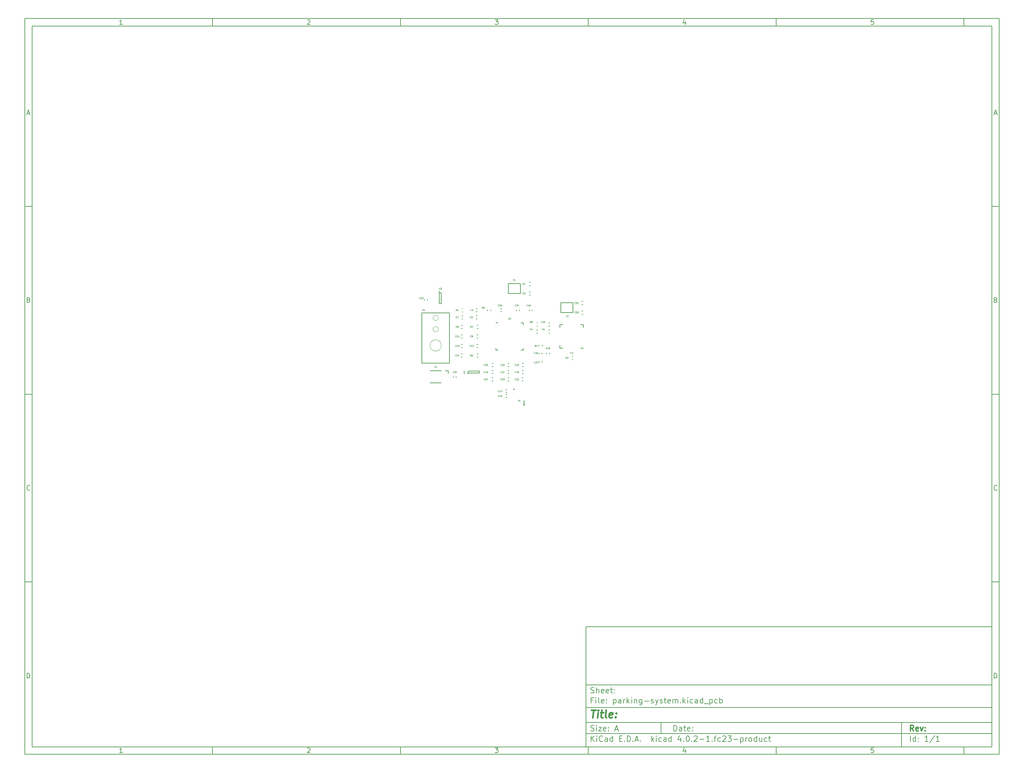
<source format=gbr>
G04 #@! TF.FileFunction,Legend,Top*
%FSLAX46Y46*%
G04 Gerber Fmt 4.6, Leading zero omitted, Abs format (unit mm)*
G04 Created by KiCad (PCBNEW 4.0.2-1.fc23-product) date Tue 29 Mar 2016 15:32:59 SAST*
%MOMM*%
G01*
G04 APERTURE LIST*
%ADD10C,0.100000*%
%ADD11C,0.150000*%
%ADD12C,0.300000*%
%ADD13C,0.400000*%
%ADD14C,0.050000*%
%ADD15C,0.062500*%
G04 APERTURE END LIST*
D10*
D11*
X159400000Y-171900000D02*
X159400000Y-203900000D01*
X267400000Y-203900000D01*
X267400000Y-171900000D01*
X159400000Y-171900000D01*
D10*
D11*
X10000000Y-10000000D02*
X10000000Y-205900000D01*
X269400000Y-205900000D01*
X269400000Y-10000000D01*
X10000000Y-10000000D01*
D10*
D11*
X12000000Y-12000000D02*
X12000000Y-203900000D01*
X267400000Y-203900000D01*
X267400000Y-12000000D01*
X12000000Y-12000000D01*
D10*
D11*
X60000000Y-12000000D02*
X60000000Y-10000000D01*
D10*
D11*
X110000000Y-12000000D02*
X110000000Y-10000000D01*
D10*
D11*
X160000000Y-12000000D02*
X160000000Y-10000000D01*
D10*
D11*
X210000000Y-12000000D02*
X210000000Y-10000000D01*
D10*
D11*
X260000000Y-12000000D02*
X260000000Y-10000000D01*
D10*
D11*
X35990476Y-11588095D02*
X35247619Y-11588095D01*
X35619048Y-11588095D02*
X35619048Y-10288095D01*
X35495238Y-10473810D01*
X35371429Y-10597619D01*
X35247619Y-10659524D01*
D10*
D11*
X85247619Y-10411905D02*
X85309524Y-10350000D01*
X85433333Y-10288095D01*
X85742857Y-10288095D01*
X85866667Y-10350000D01*
X85928571Y-10411905D01*
X85990476Y-10535714D01*
X85990476Y-10659524D01*
X85928571Y-10845238D01*
X85185714Y-11588095D01*
X85990476Y-11588095D01*
D10*
D11*
X135185714Y-10288095D02*
X135990476Y-10288095D01*
X135557143Y-10783333D01*
X135742857Y-10783333D01*
X135866667Y-10845238D01*
X135928571Y-10907143D01*
X135990476Y-11030952D01*
X135990476Y-11340476D01*
X135928571Y-11464286D01*
X135866667Y-11526190D01*
X135742857Y-11588095D01*
X135371429Y-11588095D01*
X135247619Y-11526190D01*
X135185714Y-11464286D01*
D10*
D11*
X185866667Y-10721429D02*
X185866667Y-11588095D01*
X185557143Y-10226190D02*
X185247619Y-11154762D01*
X186052381Y-11154762D01*
D10*
D11*
X235928571Y-10288095D02*
X235309524Y-10288095D01*
X235247619Y-10907143D01*
X235309524Y-10845238D01*
X235433333Y-10783333D01*
X235742857Y-10783333D01*
X235866667Y-10845238D01*
X235928571Y-10907143D01*
X235990476Y-11030952D01*
X235990476Y-11340476D01*
X235928571Y-11464286D01*
X235866667Y-11526190D01*
X235742857Y-11588095D01*
X235433333Y-11588095D01*
X235309524Y-11526190D01*
X235247619Y-11464286D01*
D10*
D11*
X60000000Y-203900000D02*
X60000000Y-205900000D01*
D10*
D11*
X110000000Y-203900000D02*
X110000000Y-205900000D01*
D10*
D11*
X160000000Y-203900000D02*
X160000000Y-205900000D01*
D10*
D11*
X210000000Y-203900000D02*
X210000000Y-205900000D01*
D10*
D11*
X260000000Y-203900000D02*
X260000000Y-205900000D01*
D10*
D11*
X35990476Y-205488095D02*
X35247619Y-205488095D01*
X35619048Y-205488095D02*
X35619048Y-204188095D01*
X35495238Y-204373810D01*
X35371429Y-204497619D01*
X35247619Y-204559524D01*
D10*
D11*
X85247619Y-204311905D02*
X85309524Y-204250000D01*
X85433333Y-204188095D01*
X85742857Y-204188095D01*
X85866667Y-204250000D01*
X85928571Y-204311905D01*
X85990476Y-204435714D01*
X85990476Y-204559524D01*
X85928571Y-204745238D01*
X85185714Y-205488095D01*
X85990476Y-205488095D01*
D10*
D11*
X135185714Y-204188095D02*
X135990476Y-204188095D01*
X135557143Y-204683333D01*
X135742857Y-204683333D01*
X135866667Y-204745238D01*
X135928571Y-204807143D01*
X135990476Y-204930952D01*
X135990476Y-205240476D01*
X135928571Y-205364286D01*
X135866667Y-205426190D01*
X135742857Y-205488095D01*
X135371429Y-205488095D01*
X135247619Y-205426190D01*
X135185714Y-205364286D01*
D10*
D11*
X185866667Y-204621429D02*
X185866667Y-205488095D01*
X185557143Y-204126190D02*
X185247619Y-205054762D01*
X186052381Y-205054762D01*
D10*
D11*
X235928571Y-204188095D02*
X235309524Y-204188095D01*
X235247619Y-204807143D01*
X235309524Y-204745238D01*
X235433333Y-204683333D01*
X235742857Y-204683333D01*
X235866667Y-204745238D01*
X235928571Y-204807143D01*
X235990476Y-204930952D01*
X235990476Y-205240476D01*
X235928571Y-205364286D01*
X235866667Y-205426190D01*
X235742857Y-205488095D01*
X235433333Y-205488095D01*
X235309524Y-205426190D01*
X235247619Y-205364286D01*
D10*
D11*
X10000000Y-60000000D02*
X12000000Y-60000000D01*
D10*
D11*
X10000000Y-110000000D02*
X12000000Y-110000000D01*
D10*
D11*
X10000000Y-160000000D02*
X12000000Y-160000000D01*
D10*
D11*
X10690476Y-35216667D02*
X11309524Y-35216667D01*
X10566667Y-35588095D02*
X11000000Y-34288095D01*
X11433333Y-35588095D01*
D10*
D11*
X11092857Y-84907143D02*
X11278571Y-84969048D01*
X11340476Y-85030952D01*
X11402381Y-85154762D01*
X11402381Y-85340476D01*
X11340476Y-85464286D01*
X11278571Y-85526190D01*
X11154762Y-85588095D01*
X10659524Y-85588095D01*
X10659524Y-84288095D01*
X11092857Y-84288095D01*
X11216667Y-84350000D01*
X11278571Y-84411905D01*
X11340476Y-84535714D01*
X11340476Y-84659524D01*
X11278571Y-84783333D01*
X11216667Y-84845238D01*
X11092857Y-84907143D01*
X10659524Y-84907143D01*
D10*
D11*
X11402381Y-135464286D02*
X11340476Y-135526190D01*
X11154762Y-135588095D01*
X11030952Y-135588095D01*
X10845238Y-135526190D01*
X10721429Y-135402381D01*
X10659524Y-135278571D01*
X10597619Y-135030952D01*
X10597619Y-134845238D01*
X10659524Y-134597619D01*
X10721429Y-134473810D01*
X10845238Y-134350000D01*
X11030952Y-134288095D01*
X11154762Y-134288095D01*
X11340476Y-134350000D01*
X11402381Y-134411905D01*
D10*
D11*
X10659524Y-185588095D02*
X10659524Y-184288095D01*
X10969048Y-184288095D01*
X11154762Y-184350000D01*
X11278571Y-184473810D01*
X11340476Y-184597619D01*
X11402381Y-184845238D01*
X11402381Y-185030952D01*
X11340476Y-185278571D01*
X11278571Y-185402381D01*
X11154762Y-185526190D01*
X10969048Y-185588095D01*
X10659524Y-185588095D01*
D10*
D11*
X269400000Y-60000000D02*
X267400000Y-60000000D01*
D10*
D11*
X269400000Y-110000000D02*
X267400000Y-110000000D01*
D10*
D11*
X269400000Y-160000000D02*
X267400000Y-160000000D01*
D10*
D11*
X268090476Y-35216667D02*
X268709524Y-35216667D01*
X267966667Y-35588095D02*
X268400000Y-34288095D01*
X268833333Y-35588095D01*
D10*
D11*
X268492857Y-84907143D02*
X268678571Y-84969048D01*
X268740476Y-85030952D01*
X268802381Y-85154762D01*
X268802381Y-85340476D01*
X268740476Y-85464286D01*
X268678571Y-85526190D01*
X268554762Y-85588095D01*
X268059524Y-85588095D01*
X268059524Y-84288095D01*
X268492857Y-84288095D01*
X268616667Y-84350000D01*
X268678571Y-84411905D01*
X268740476Y-84535714D01*
X268740476Y-84659524D01*
X268678571Y-84783333D01*
X268616667Y-84845238D01*
X268492857Y-84907143D01*
X268059524Y-84907143D01*
D10*
D11*
X268802381Y-135464286D02*
X268740476Y-135526190D01*
X268554762Y-135588095D01*
X268430952Y-135588095D01*
X268245238Y-135526190D01*
X268121429Y-135402381D01*
X268059524Y-135278571D01*
X267997619Y-135030952D01*
X267997619Y-134845238D01*
X268059524Y-134597619D01*
X268121429Y-134473810D01*
X268245238Y-134350000D01*
X268430952Y-134288095D01*
X268554762Y-134288095D01*
X268740476Y-134350000D01*
X268802381Y-134411905D01*
D10*
D11*
X268059524Y-185588095D02*
X268059524Y-184288095D01*
X268369048Y-184288095D01*
X268554762Y-184350000D01*
X268678571Y-184473810D01*
X268740476Y-184597619D01*
X268802381Y-184845238D01*
X268802381Y-185030952D01*
X268740476Y-185278571D01*
X268678571Y-185402381D01*
X268554762Y-185526190D01*
X268369048Y-185588095D01*
X268059524Y-185588095D01*
D10*
D11*
X182757143Y-199678571D02*
X182757143Y-198178571D01*
X183114286Y-198178571D01*
X183328571Y-198250000D01*
X183471429Y-198392857D01*
X183542857Y-198535714D01*
X183614286Y-198821429D01*
X183614286Y-199035714D01*
X183542857Y-199321429D01*
X183471429Y-199464286D01*
X183328571Y-199607143D01*
X183114286Y-199678571D01*
X182757143Y-199678571D01*
X184900000Y-199678571D02*
X184900000Y-198892857D01*
X184828571Y-198750000D01*
X184685714Y-198678571D01*
X184400000Y-198678571D01*
X184257143Y-198750000D01*
X184900000Y-199607143D02*
X184757143Y-199678571D01*
X184400000Y-199678571D01*
X184257143Y-199607143D01*
X184185714Y-199464286D01*
X184185714Y-199321429D01*
X184257143Y-199178571D01*
X184400000Y-199107143D01*
X184757143Y-199107143D01*
X184900000Y-199035714D01*
X185400000Y-198678571D02*
X185971429Y-198678571D01*
X185614286Y-198178571D02*
X185614286Y-199464286D01*
X185685714Y-199607143D01*
X185828572Y-199678571D01*
X185971429Y-199678571D01*
X187042857Y-199607143D02*
X186900000Y-199678571D01*
X186614286Y-199678571D01*
X186471429Y-199607143D01*
X186400000Y-199464286D01*
X186400000Y-198892857D01*
X186471429Y-198750000D01*
X186614286Y-198678571D01*
X186900000Y-198678571D01*
X187042857Y-198750000D01*
X187114286Y-198892857D01*
X187114286Y-199035714D01*
X186400000Y-199178571D01*
X187757143Y-199535714D02*
X187828571Y-199607143D01*
X187757143Y-199678571D01*
X187685714Y-199607143D01*
X187757143Y-199535714D01*
X187757143Y-199678571D01*
X187757143Y-198750000D02*
X187828571Y-198821429D01*
X187757143Y-198892857D01*
X187685714Y-198821429D01*
X187757143Y-198750000D01*
X187757143Y-198892857D01*
D10*
D11*
X159400000Y-200400000D02*
X267400000Y-200400000D01*
D10*
D11*
X160757143Y-202478571D02*
X160757143Y-200978571D01*
X161614286Y-202478571D02*
X160971429Y-201621429D01*
X161614286Y-200978571D02*
X160757143Y-201835714D01*
X162257143Y-202478571D02*
X162257143Y-201478571D01*
X162257143Y-200978571D02*
X162185714Y-201050000D01*
X162257143Y-201121429D01*
X162328571Y-201050000D01*
X162257143Y-200978571D01*
X162257143Y-201121429D01*
X163828572Y-202335714D02*
X163757143Y-202407143D01*
X163542857Y-202478571D01*
X163400000Y-202478571D01*
X163185715Y-202407143D01*
X163042857Y-202264286D01*
X162971429Y-202121429D01*
X162900000Y-201835714D01*
X162900000Y-201621429D01*
X162971429Y-201335714D01*
X163042857Y-201192857D01*
X163185715Y-201050000D01*
X163400000Y-200978571D01*
X163542857Y-200978571D01*
X163757143Y-201050000D01*
X163828572Y-201121429D01*
X165114286Y-202478571D02*
X165114286Y-201692857D01*
X165042857Y-201550000D01*
X164900000Y-201478571D01*
X164614286Y-201478571D01*
X164471429Y-201550000D01*
X165114286Y-202407143D02*
X164971429Y-202478571D01*
X164614286Y-202478571D01*
X164471429Y-202407143D01*
X164400000Y-202264286D01*
X164400000Y-202121429D01*
X164471429Y-201978571D01*
X164614286Y-201907143D01*
X164971429Y-201907143D01*
X165114286Y-201835714D01*
X166471429Y-202478571D02*
X166471429Y-200978571D01*
X166471429Y-202407143D02*
X166328572Y-202478571D01*
X166042858Y-202478571D01*
X165900000Y-202407143D01*
X165828572Y-202335714D01*
X165757143Y-202192857D01*
X165757143Y-201764286D01*
X165828572Y-201621429D01*
X165900000Y-201550000D01*
X166042858Y-201478571D01*
X166328572Y-201478571D01*
X166471429Y-201550000D01*
X168328572Y-201692857D02*
X168828572Y-201692857D01*
X169042858Y-202478571D02*
X168328572Y-202478571D01*
X168328572Y-200978571D01*
X169042858Y-200978571D01*
X169685715Y-202335714D02*
X169757143Y-202407143D01*
X169685715Y-202478571D01*
X169614286Y-202407143D01*
X169685715Y-202335714D01*
X169685715Y-202478571D01*
X170400001Y-202478571D02*
X170400001Y-200978571D01*
X170757144Y-200978571D01*
X170971429Y-201050000D01*
X171114287Y-201192857D01*
X171185715Y-201335714D01*
X171257144Y-201621429D01*
X171257144Y-201835714D01*
X171185715Y-202121429D01*
X171114287Y-202264286D01*
X170971429Y-202407143D01*
X170757144Y-202478571D01*
X170400001Y-202478571D01*
X171900001Y-202335714D02*
X171971429Y-202407143D01*
X171900001Y-202478571D01*
X171828572Y-202407143D01*
X171900001Y-202335714D01*
X171900001Y-202478571D01*
X172542858Y-202050000D02*
X173257144Y-202050000D01*
X172400001Y-202478571D02*
X172900001Y-200978571D01*
X173400001Y-202478571D01*
X173900001Y-202335714D02*
X173971429Y-202407143D01*
X173900001Y-202478571D01*
X173828572Y-202407143D01*
X173900001Y-202335714D01*
X173900001Y-202478571D01*
X176900001Y-202478571D02*
X176900001Y-200978571D01*
X177042858Y-201907143D02*
X177471429Y-202478571D01*
X177471429Y-201478571D02*
X176900001Y-202050000D01*
X178114287Y-202478571D02*
X178114287Y-201478571D01*
X178114287Y-200978571D02*
X178042858Y-201050000D01*
X178114287Y-201121429D01*
X178185715Y-201050000D01*
X178114287Y-200978571D01*
X178114287Y-201121429D01*
X179471430Y-202407143D02*
X179328573Y-202478571D01*
X179042859Y-202478571D01*
X178900001Y-202407143D01*
X178828573Y-202335714D01*
X178757144Y-202192857D01*
X178757144Y-201764286D01*
X178828573Y-201621429D01*
X178900001Y-201550000D01*
X179042859Y-201478571D01*
X179328573Y-201478571D01*
X179471430Y-201550000D01*
X180757144Y-202478571D02*
X180757144Y-201692857D01*
X180685715Y-201550000D01*
X180542858Y-201478571D01*
X180257144Y-201478571D01*
X180114287Y-201550000D01*
X180757144Y-202407143D02*
X180614287Y-202478571D01*
X180257144Y-202478571D01*
X180114287Y-202407143D01*
X180042858Y-202264286D01*
X180042858Y-202121429D01*
X180114287Y-201978571D01*
X180257144Y-201907143D01*
X180614287Y-201907143D01*
X180757144Y-201835714D01*
X182114287Y-202478571D02*
X182114287Y-200978571D01*
X182114287Y-202407143D02*
X181971430Y-202478571D01*
X181685716Y-202478571D01*
X181542858Y-202407143D01*
X181471430Y-202335714D01*
X181400001Y-202192857D01*
X181400001Y-201764286D01*
X181471430Y-201621429D01*
X181542858Y-201550000D01*
X181685716Y-201478571D01*
X181971430Y-201478571D01*
X182114287Y-201550000D01*
X184614287Y-201478571D02*
X184614287Y-202478571D01*
X184257144Y-200907143D02*
X183900001Y-201978571D01*
X184828573Y-201978571D01*
X185400001Y-202335714D02*
X185471429Y-202407143D01*
X185400001Y-202478571D01*
X185328572Y-202407143D01*
X185400001Y-202335714D01*
X185400001Y-202478571D01*
X186400001Y-200978571D02*
X186542858Y-200978571D01*
X186685715Y-201050000D01*
X186757144Y-201121429D01*
X186828573Y-201264286D01*
X186900001Y-201550000D01*
X186900001Y-201907143D01*
X186828573Y-202192857D01*
X186757144Y-202335714D01*
X186685715Y-202407143D01*
X186542858Y-202478571D01*
X186400001Y-202478571D01*
X186257144Y-202407143D01*
X186185715Y-202335714D01*
X186114287Y-202192857D01*
X186042858Y-201907143D01*
X186042858Y-201550000D01*
X186114287Y-201264286D01*
X186185715Y-201121429D01*
X186257144Y-201050000D01*
X186400001Y-200978571D01*
X187542858Y-202335714D02*
X187614286Y-202407143D01*
X187542858Y-202478571D01*
X187471429Y-202407143D01*
X187542858Y-202335714D01*
X187542858Y-202478571D01*
X188185715Y-201121429D02*
X188257144Y-201050000D01*
X188400001Y-200978571D01*
X188757144Y-200978571D01*
X188900001Y-201050000D01*
X188971430Y-201121429D01*
X189042858Y-201264286D01*
X189042858Y-201407143D01*
X188971430Y-201621429D01*
X188114287Y-202478571D01*
X189042858Y-202478571D01*
X189685715Y-201907143D02*
X190828572Y-201907143D01*
X192328572Y-202478571D02*
X191471429Y-202478571D01*
X191900001Y-202478571D02*
X191900001Y-200978571D01*
X191757144Y-201192857D01*
X191614286Y-201335714D01*
X191471429Y-201407143D01*
X192971429Y-202335714D02*
X193042857Y-202407143D01*
X192971429Y-202478571D01*
X192900000Y-202407143D01*
X192971429Y-202335714D01*
X192971429Y-202478571D01*
X193471429Y-201478571D02*
X194042858Y-201478571D01*
X193685715Y-202478571D02*
X193685715Y-201192857D01*
X193757143Y-201050000D01*
X193900001Y-200978571D01*
X194042858Y-200978571D01*
X195185715Y-202407143D02*
X195042858Y-202478571D01*
X194757144Y-202478571D01*
X194614286Y-202407143D01*
X194542858Y-202335714D01*
X194471429Y-202192857D01*
X194471429Y-201764286D01*
X194542858Y-201621429D01*
X194614286Y-201550000D01*
X194757144Y-201478571D01*
X195042858Y-201478571D01*
X195185715Y-201550000D01*
X195757143Y-201121429D02*
X195828572Y-201050000D01*
X195971429Y-200978571D01*
X196328572Y-200978571D01*
X196471429Y-201050000D01*
X196542858Y-201121429D01*
X196614286Y-201264286D01*
X196614286Y-201407143D01*
X196542858Y-201621429D01*
X195685715Y-202478571D01*
X196614286Y-202478571D01*
X197114286Y-200978571D02*
X198042857Y-200978571D01*
X197542857Y-201550000D01*
X197757143Y-201550000D01*
X197900000Y-201621429D01*
X197971429Y-201692857D01*
X198042857Y-201835714D01*
X198042857Y-202192857D01*
X197971429Y-202335714D01*
X197900000Y-202407143D01*
X197757143Y-202478571D01*
X197328571Y-202478571D01*
X197185714Y-202407143D01*
X197114286Y-202335714D01*
X198685714Y-201907143D02*
X199828571Y-201907143D01*
X200542857Y-201478571D02*
X200542857Y-202978571D01*
X200542857Y-201550000D02*
X200685714Y-201478571D01*
X200971428Y-201478571D01*
X201114285Y-201550000D01*
X201185714Y-201621429D01*
X201257143Y-201764286D01*
X201257143Y-202192857D01*
X201185714Y-202335714D01*
X201114285Y-202407143D01*
X200971428Y-202478571D01*
X200685714Y-202478571D01*
X200542857Y-202407143D01*
X201900000Y-202478571D02*
X201900000Y-201478571D01*
X201900000Y-201764286D02*
X201971428Y-201621429D01*
X202042857Y-201550000D01*
X202185714Y-201478571D01*
X202328571Y-201478571D01*
X203042857Y-202478571D02*
X202899999Y-202407143D01*
X202828571Y-202335714D01*
X202757142Y-202192857D01*
X202757142Y-201764286D01*
X202828571Y-201621429D01*
X202899999Y-201550000D01*
X203042857Y-201478571D01*
X203257142Y-201478571D01*
X203399999Y-201550000D01*
X203471428Y-201621429D01*
X203542857Y-201764286D01*
X203542857Y-202192857D01*
X203471428Y-202335714D01*
X203399999Y-202407143D01*
X203257142Y-202478571D01*
X203042857Y-202478571D01*
X204828571Y-202478571D02*
X204828571Y-200978571D01*
X204828571Y-202407143D02*
X204685714Y-202478571D01*
X204400000Y-202478571D01*
X204257142Y-202407143D01*
X204185714Y-202335714D01*
X204114285Y-202192857D01*
X204114285Y-201764286D01*
X204185714Y-201621429D01*
X204257142Y-201550000D01*
X204400000Y-201478571D01*
X204685714Y-201478571D01*
X204828571Y-201550000D01*
X206185714Y-201478571D02*
X206185714Y-202478571D01*
X205542857Y-201478571D02*
X205542857Y-202264286D01*
X205614285Y-202407143D01*
X205757143Y-202478571D01*
X205971428Y-202478571D01*
X206114285Y-202407143D01*
X206185714Y-202335714D01*
X207542857Y-202407143D02*
X207400000Y-202478571D01*
X207114286Y-202478571D01*
X206971428Y-202407143D01*
X206900000Y-202335714D01*
X206828571Y-202192857D01*
X206828571Y-201764286D01*
X206900000Y-201621429D01*
X206971428Y-201550000D01*
X207114286Y-201478571D01*
X207400000Y-201478571D01*
X207542857Y-201550000D01*
X207971428Y-201478571D02*
X208542857Y-201478571D01*
X208185714Y-200978571D02*
X208185714Y-202264286D01*
X208257142Y-202407143D01*
X208400000Y-202478571D01*
X208542857Y-202478571D01*
D10*
D11*
X159400000Y-197400000D02*
X267400000Y-197400000D01*
D10*
D12*
X246614286Y-199678571D02*
X246114286Y-198964286D01*
X245757143Y-199678571D02*
X245757143Y-198178571D01*
X246328571Y-198178571D01*
X246471429Y-198250000D01*
X246542857Y-198321429D01*
X246614286Y-198464286D01*
X246614286Y-198678571D01*
X246542857Y-198821429D01*
X246471429Y-198892857D01*
X246328571Y-198964286D01*
X245757143Y-198964286D01*
X247828571Y-199607143D02*
X247685714Y-199678571D01*
X247400000Y-199678571D01*
X247257143Y-199607143D01*
X247185714Y-199464286D01*
X247185714Y-198892857D01*
X247257143Y-198750000D01*
X247400000Y-198678571D01*
X247685714Y-198678571D01*
X247828571Y-198750000D01*
X247900000Y-198892857D01*
X247900000Y-199035714D01*
X247185714Y-199178571D01*
X248400000Y-198678571D02*
X248757143Y-199678571D01*
X249114285Y-198678571D01*
X249685714Y-199535714D02*
X249757142Y-199607143D01*
X249685714Y-199678571D01*
X249614285Y-199607143D01*
X249685714Y-199535714D01*
X249685714Y-199678571D01*
X249685714Y-198750000D02*
X249757142Y-198821429D01*
X249685714Y-198892857D01*
X249614285Y-198821429D01*
X249685714Y-198750000D01*
X249685714Y-198892857D01*
D10*
D11*
X160685714Y-199607143D02*
X160900000Y-199678571D01*
X161257143Y-199678571D01*
X161400000Y-199607143D01*
X161471429Y-199535714D01*
X161542857Y-199392857D01*
X161542857Y-199250000D01*
X161471429Y-199107143D01*
X161400000Y-199035714D01*
X161257143Y-198964286D01*
X160971429Y-198892857D01*
X160828571Y-198821429D01*
X160757143Y-198750000D01*
X160685714Y-198607143D01*
X160685714Y-198464286D01*
X160757143Y-198321429D01*
X160828571Y-198250000D01*
X160971429Y-198178571D01*
X161328571Y-198178571D01*
X161542857Y-198250000D01*
X162185714Y-199678571D02*
X162185714Y-198678571D01*
X162185714Y-198178571D02*
X162114285Y-198250000D01*
X162185714Y-198321429D01*
X162257142Y-198250000D01*
X162185714Y-198178571D01*
X162185714Y-198321429D01*
X162757143Y-198678571D02*
X163542857Y-198678571D01*
X162757143Y-199678571D01*
X163542857Y-199678571D01*
X164685714Y-199607143D02*
X164542857Y-199678571D01*
X164257143Y-199678571D01*
X164114286Y-199607143D01*
X164042857Y-199464286D01*
X164042857Y-198892857D01*
X164114286Y-198750000D01*
X164257143Y-198678571D01*
X164542857Y-198678571D01*
X164685714Y-198750000D01*
X164757143Y-198892857D01*
X164757143Y-199035714D01*
X164042857Y-199178571D01*
X165400000Y-199535714D02*
X165471428Y-199607143D01*
X165400000Y-199678571D01*
X165328571Y-199607143D01*
X165400000Y-199535714D01*
X165400000Y-199678571D01*
X165400000Y-198750000D02*
X165471428Y-198821429D01*
X165400000Y-198892857D01*
X165328571Y-198821429D01*
X165400000Y-198750000D01*
X165400000Y-198892857D01*
X167185714Y-199250000D02*
X167900000Y-199250000D01*
X167042857Y-199678571D02*
X167542857Y-198178571D01*
X168042857Y-199678571D01*
D10*
D11*
X245757143Y-202478571D02*
X245757143Y-200978571D01*
X247114286Y-202478571D02*
X247114286Y-200978571D01*
X247114286Y-202407143D02*
X246971429Y-202478571D01*
X246685715Y-202478571D01*
X246542857Y-202407143D01*
X246471429Y-202335714D01*
X246400000Y-202192857D01*
X246400000Y-201764286D01*
X246471429Y-201621429D01*
X246542857Y-201550000D01*
X246685715Y-201478571D01*
X246971429Y-201478571D01*
X247114286Y-201550000D01*
X247828572Y-202335714D02*
X247900000Y-202407143D01*
X247828572Y-202478571D01*
X247757143Y-202407143D01*
X247828572Y-202335714D01*
X247828572Y-202478571D01*
X247828572Y-201550000D02*
X247900000Y-201621429D01*
X247828572Y-201692857D01*
X247757143Y-201621429D01*
X247828572Y-201550000D01*
X247828572Y-201692857D01*
X250471429Y-202478571D02*
X249614286Y-202478571D01*
X250042858Y-202478571D02*
X250042858Y-200978571D01*
X249900001Y-201192857D01*
X249757143Y-201335714D01*
X249614286Y-201407143D01*
X252185714Y-200907143D02*
X250900000Y-202835714D01*
X253471429Y-202478571D02*
X252614286Y-202478571D01*
X253042858Y-202478571D02*
X253042858Y-200978571D01*
X252900001Y-201192857D01*
X252757143Y-201335714D01*
X252614286Y-201407143D01*
D10*
D11*
X159400000Y-193400000D02*
X267400000Y-193400000D01*
D10*
D13*
X160852381Y-194104762D02*
X161995238Y-194104762D01*
X161173810Y-196104762D02*
X161423810Y-194104762D01*
X162411905Y-196104762D02*
X162578571Y-194771429D01*
X162661905Y-194104762D02*
X162554762Y-194200000D01*
X162638095Y-194295238D01*
X162745239Y-194200000D01*
X162661905Y-194104762D01*
X162638095Y-194295238D01*
X163245238Y-194771429D02*
X164007143Y-194771429D01*
X163614286Y-194104762D02*
X163400000Y-195819048D01*
X163471430Y-196009524D01*
X163650001Y-196104762D01*
X163840477Y-196104762D01*
X164792858Y-196104762D02*
X164614287Y-196009524D01*
X164542857Y-195819048D01*
X164757143Y-194104762D01*
X166328572Y-196009524D02*
X166126191Y-196104762D01*
X165745239Y-196104762D01*
X165566667Y-196009524D01*
X165495238Y-195819048D01*
X165590476Y-195057143D01*
X165709524Y-194866667D01*
X165911905Y-194771429D01*
X166292857Y-194771429D01*
X166471429Y-194866667D01*
X166542857Y-195057143D01*
X166519048Y-195247619D01*
X165542857Y-195438095D01*
X167292857Y-195914286D02*
X167376192Y-196009524D01*
X167269048Y-196104762D01*
X167185715Y-196009524D01*
X167292857Y-195914286D01*
X167269048Y-196104762D01*
X167423810Y-194866667D02*
X167507144Y-194961905D01*
X167400000Y-195057143D01*
X167316667Y-194961905D01*
X167423810Y-194866667D01*
X167400000Y-195057143D01*
D10*
D11*
X161257143Y-191492857D02*
X160757143Y-191492857D01*
X160757143Y-192278571D02*
X160757143Y-190778571D01*
X161471429Y-190778571D01*
X162042857Y-192278571D02*
X162042857Y-191278571D01*
X162042857Y-190778571D02*
X161971428Y-190850000D01*
X162042857Y-190921429D01*
X162114285Y-190850000D01*
X162042857Y-190778571D01*
X162042857Y-190921429D01*
X162971429Y-192278571D02*
X162828571Y-192207143D01*
X162757143Y-192064286D01*
X162757143Y-190778571D01*
X164114285Y-192207143D02*
X163971428Y-192278571D01*
X163685714Y-192278571D01*
X163542857Y-192207143D01*
X163471428Y-192064286D01*
X163471428Y-191492857D01*
X163542857Y-191350000D01*
X163685714Y-191278571D01*
X163971428Y-191278571D01*
X164114285Y-191350000D01*
X164185714Y-191492857D01*
X164185714Y-191635714D01*
X163471428Y-191778571D01*
X164828571Y-192135714D02*
X164899999Y-192207143D01*
X164828571Y-192278571D01*
X164757142Y-192207143D01*
X164828571Y-192135714D01*
X164828571Y-192278571D01*
X164828571Y-191350000D02*
X164899999Y-191421429D01*
X164828571Y-191492857D01*
X164757142Y-191421429D01*
X164828571Y-191350000D01*
X164828571Y-191492857D01*
X166685714Y-191278571D02*
X166685714Y-192778571D01*
X166685714Y-191350000D02*
X166828571Y-191278571D01*
X167114285Y-191278571D01*
X167257142Y-191350000D01*
X167328571Y-191421429D01*
X167400000Y-191564286D01*
X167400000Y-191992857D01*
X167328571Y-192135714D01*
X167257142Y-192207143D01*
X167114285Y-192278571D01*
X166828571Y-192278571D01*
X166685714Y-192207143D01*
X168685714Y-192278571D02*
X168685714Y-191492857D01*
X168614285Y-191350000D01*
X168471428Y-191278571D01*
X168185714Y-191278571D01*
X168042857Y-191350000D01*
X168685714Y-192207143D02*
X168542857Y-192278571D01*
X168185714Y-192278571D01*
X168042857Y-192207143D01*
X167971428Y-192064286D01*
X167971428Y-191921429D01*
X168042857Y-191778571D01*
X168185714Y-191707143D01*
X168542857Y-191707143D01*
X168685714Y-191635714D01*
X169400000Y-192278571D02*
X169400000Y-191278571D01*
X169400000Y-191564286D02*
X169471428Y-191421429D01*
X169542857Y-191350000D01*
X169685714Y-191278571D01*
X169828571Y-191278571D01*
X170328571Y-192278571D02*
X170328571Y-190778571D01*
X170471428Y-191707143D02*
X170899999Y-192278571D01*
X170899999Y-191278571D02*
X170328571Y-191850000D01*
X171542857Y-192278571D02*
X171542857Y-191278571D01*
X171542857Y-190778571D02*
X171471428Y-190850000D01*
X171542857Y-190921429D01*
X171614285Y-190850000D01*
X171542857Y-190778571D01*
X171542857Y-190921429D01*
X172257143Y-191278571D02*
X172257143Y-192278571D01*
X172257143Y-191421429D02*
X172328571Y-191350000D01*
X172471429Y-191278571D01*
X172685714Y-191278571D01*
X172828571Y-191350000D01*
X172900000Y-191492857D01*
X172900000Y-192278571D01*
X174257143Y-191278571D02*
X174257143Y-192492857D01*
X174185714Y-192635714D01*
X174114286Y-192707143D01*
X173971429Y-192778571D01*
X173757143Y-192778571D01*
X173614286Y-192707143D01*
X174257143Y-192207143D02*
X174114286Y-192278571D01*
X173828572Y-192278571D01*
X173685714Y-192207143D01*
X173614286Y-192135714D01*
X173542857Y-191992857D01*
X173542857Y-191564286D01*
X173614286Y-191421429D01*
X173685714Y-191350000D01*
X173828572Y-191278571D01*
X174114286Y-191278571D01*
X174257143Y-191350000D01*
X174971429Y-191707143D02*
X176114286Y-191707143D01*
X176757143Y-192207143D02*
X176900000Y-192278571D01*
X177185715Y-192278571D01*
X177328572Y-192207143D01*
X177400000Y-192064286D01*
X177400000Y-191992857D01*
X177328572Y-191850000D01*
X177185715Y-191778571D01*
X176971429Y-191778571D01*
X176828572Y-191707143D01*
X176757143Y-191564286D01*
X176757143Y-191492857D01*
X176828572Y-191350000D01*
X176971429Y-191278571D01*
X177185715Y-191278571D01*
X177328572Y-191350000D01*
X177900001Y-191278571D02*
X178257144Y-192278571D01*
X178614286Y-191278571D02*
X178257144Y-192278571D01*
X178114286Y-192635714D01*
X178042858Y-192707143D01*
X177900001Y-192778571D01*
X179114286Y-192207143D02*
X179257143Y-192278571D01*
X179542858Y-192278571D01*
X179685715Y-192207143D01*
X179757143Y-192064286D01*
X179757143Y-191992857D01*
X179685715Y-191850000D01*
X179542858Y-191778571D01*
X179328572Y-191778571D01*
X179185715Y-191707143D01*
X179114286Y-191564286D01*
X179114286Y-191492857D01*
X179185715Y-191350000D01*
X179328572Y-191278571D01*
X179542858Y-191278571D01*
X179685715Y-191350000D01*
X180185715Y-191278571D02*
X180757144Y-191278571D01*
X180400001Y-190778571D02*
X180400001Y-192064286D01*
X180471429Y-192207143D01*
X180614287Y-192278571D01*
X180757144Y-192278571D01*
X181828572Y-192207143D02*
X181685715Y-192278571D01*
X181400001Y-192278571D01*
X181257144Y-192207143D01*
X181185715Y-192064286D01*
X181185715Y-191492857D01*
X181257144Y-191350000D01*
X181400001Y-191278571D01*
X181685715Y-191278571D01*
X181828572Y-191350000D01*
X181900001Y-191492857D01*
X181900001Y-191635714D01*
X181185715Y-191778571D01*
X182542858Y-192278571D02*
X182542858Y-191278571D01*
X182542858Y-191421429D02*
X182614286Y-191350000D01*
X182757144Y-191278571D01*
X182971429Y-191278571D01*
X183114286Y-191350000D01*
X183185715Y-191492857D01*
X183185715Y-192278571D01*
X183185715Y-191492857D02*
X183257144Y-191350000D01*
X183400001Y-191278571D01*
X183614286Y-191278571D01*
X183757144Y-191350000D01*
X183828572Y-191492857D01*
X183828572Y-192278571D01*
X184542858Y-192135714D02*
X184614286Y-192207143D01*
X184542858Y-192278571D01*
X184471429Y-192207143D01*
X184542858Y-192135714D01*
X184542858Y-192278571D01*
X185257144Y-192278571D02*
X185257144Y-190778571D01*
X185400001Y-191707143D02*
X185828572Y-192278571D01*
X185828572Y-191278571D02*
X185257144Y-191850000D01*
X186471430Y-192278571D02*
X186471430Y-191278571D01*
X186471430Y-190778571D02*
X186400001Y-190850000D01*
X186471430Y-190921429D01*
X186542858Y-190850000D01*
X186471430Y-190778571D01*
X186471430Y-190921429D01*
X187828573Y-192207143D02*
X187685716Y-192278571D01*
X187400002Y-192278571D01*
X187257144Y-192207143D01*
X187185716Y-192135714D01*
X187114287Y-191992857D01*
X187114287Y-191564286D01*
X187185716Y-191421429D01*
X187257144Y-191350000D01*
X187400002Y-191278571D01*
X187685716Y-191278571D01*
X187828573Y-191350000D01*
X189114287Y-192278571D02*
X189114287Y-191492857D01*
X189042858Y-191350000D01*
X188900001Y-191278571D01*
X188614287Y-191278571D01*
X188471430Y-191350000D01*
X189114287Y-192207143D02*
X188971430Y-192278571D01*
X188614287Y-192278571D01*
X188471430Y-192207143D01*
X188400001Y-192064286D01*
X188400001Y-191921429D01*
X188471430Y-191778571D01*
X188614287Y-191707143D01*
X188971430Y-191707143D01*
X189114287Y-191635714D01*
X190471430Y-192278571D02*
X190471430Y-190778571D01*
X190471430Y-192207143D02*
X190328573Y-192278571D01*
X190042859Y-192278571D01*
X189900001Y-192207143D01*
X189828573Y-192135714D01*
X189757144Y-191992857D01*
X189757144Y-191564286D01*
X189828573Y-191421429D01*
X189900001Y-191350000D01*
X190042859Y-191278571D01*
X190328573Y-191278571D01*
X190471430Y-191350000D01*
X190828573Y-192421429D02*
X191971430Y-192421429D01*
X192328573Y-191278571D02*
X192328573Y-192778571D01*
X192328573Y-191350000D02*
X192471430Y-191278571D01*
X192757144Y-191278571D01*
X192900001Y-191350000D01*
X192971430Y-191421429D01*
X193042859Y-191564286D01*
X193042859Y-191992857D01*
X192971430Y-192135714D01*
X192900001Y-192207143D01*
X192757144Y-192278571D01*
X192471430Y-192278571D01*
X192328573Y-192207143D01*
X194328573Y-192207143D02*
X194185716Y-192278571D01*
X193900002Y-192278571D01*
X193757144Y-192207143D01*
X193685716Y-192135714D01*
X193614287Y-191992857D01*
X193614287Y-191564286D01*
X193685716Y-191421429D01*
X193757144Y-191350000D01*
X193900002Y-191278571D01*
X194185716Y-191278571D01*
X194328573Y-191350000D01*
X194971430Y-192278571D02*
X194971430Y-190778571D01*
X194971430Y-191350000D02*
X195114287Y-191278571D01*
X195400001Y-191278571D01*
X195542858Y-191350000D01*
X195614287Y-191421429D01*
X195685716Y-191564286D01*
X195685716Y-191992857D01*
X195614287Y-192135714D01*
X195542858Y-192207143D01*
X195400001Y-192278571D01*
X195114287Y-192278571D01*
X194971430Y-192207143D01*
D10*
D11*
X159400000Y-187400000D02*
X267400000Y-187400000D01*
D10*
D11*
X160685714Y-189507143D02*
X160900000Y-189578571D01*
X161257143Y-189578571D01*
X161400000Y-189507143D01*
X161471429Y-189435714D01*
X161542857Y-189292857D01*
X161542857Y-189150000D01*
X161471429Y-189007143D01*
X161400000Y-188935714D01*
X161257143Y-188864286D01*
X160971429Y-188792857D01*
X160828571Y-188721429D01*
X160757143Y-188650000D01*
X160685714Y-188507143D01*
X160685714Y-188364286D01*
X160757143Y-188221429D01*
X160828571Y-188150000D01*
X160971429Y-188078571D01*
X161328571Y-188078571D01*
X161542857Y-188150000D01*
X162185714Y-189578571D02*
X162185714Y-188078571D01*
X162828571Y-189578571D02*
X162828571Y-188792857D01*
X162757142Y-188650000D01*
X162614285Y-188578571D01*
X162400000Y-188578571D01*
X162257142Y-188650000D01*
X162185714Y-188721429D01*
X164114285Y-189507143D02*
X163971428Y-189578571D01*
X163685714Y-189578571D01*
X163542857Y-189507143D01*
X163471428Y-189364286D01*
X163471428Y-188792857D01*
X163542857Y-188650000D01*
X163685714Y-188578571D01*
X163971428Y-188578571D01*
X164114285Y-188650000D01*
X164185714Y-188792857D01*
X164185714Y-188935714D01*
X163471428Y-189078571D01*
X165399999Y-189507143D02*
X165257142Y-189578571D01*
X164971428Y-189578571D01*
X164828571Y-189507143D01*
X164757142Y-189364286D01*
X164757142Y-188792857D01*
X164828571Y-188650000D01*
X164971428Y-188578571D01*
X165257142Y-188578571D01*
X165399999Y-188650000D01*
X165471428Y-188792857D01*
X165471428Y-188935714D01*
X164757142Y-189078571D01*
X165899999Y-188578571D02*
X166471428Y-188578571D01*
X166114285Y-188078571D02*
X166114285Y-189364286D01*
X166185713Y-189507143D01*
X166328571Y-189578571D01*
X166471428Y-189578571D01*
X166971428Y-189435714D02*
X167042856Y-189507143D01*
X166971428Y-189578571D01*
X166899999Y-189507143D01*
X166971428Y-189435714D01*
X166971428Y-189578571D01*
X166971428Y-188650000D02*
X167042856Y-188721429D01*
X166971428Y-188792857D01*
X166899999Y-188721429D01*
X166971428Y-188650000D01*
X166971428Y-188792857D01*
D10*
D11*
X179400000Y-197400000D02*
X179400000Y-200400000D01*
D10*
D11*
X243400000Y-197400000D02*
X243400000Y-203900000D01*
X144545000Y-81045000D02*
X144295000Y-81045000D01*
X144295000Y-80245000D02*
X144545000Y-80245000D01*
X144545000Y-83585000D02*
X144295000Y-83585000D01*
X144295000Y-82785000D02*
X144545000Y-82785000D01*
X130450000Y-88030000D02*
X130200000Y-88030000D01*
X130200000Y-87230000D02*
X130450000Y-87230000D01*
X146535000Y-93745000D02*
X146285000Y-93745000D01*
X146285000Y-92945000D02*
X146535000Y-92945000D01*
X130450000Y-89935000D02*
X130200000Y-89935000D01*
X130200000Y-89135000D02*
X130450000Y-89135000D01*
X149460000Y-92945000D02*
X149710000Y-92945000D01*
X149710000Y-93745000D02*
X149460000Y-93745000D01*
X126640000Y-89935000D02*
X126390000Y-89935000D01*
X126390000Y-89135000D02*
X126640000Y-89135000D01*
X126240000Y-91675000D02*
X126490000Y-91675000D01*
X126490000Y-92475000D02*
X126240000Y-92475000D01*
X130325000Y-94215000D02*
X130575000Y-94215000D01*
X130575000Y-95015000D02*
X130325000Y-95015000D01*
X149710000Y-91840000D02*
X149460000Y-91840000D01*
X149460000Y-91040000D02*
X149710000Y-91040000D01*
X126490000Y-95015000D02*
X126240000Y-95015000D01*
X126240000Y-94215000D02*
X126490000Y-94215000D01*
X130325000Y-96755000D02*
X130575000Y-96755000D01*
X130575000Y-97555000D02*
X130325000Y-97555000D01*
X126490000Y-97555000D02*
X126240000Y-97555000D01*
X126240000Y-96755000D02*
X126490000Y-96755000D01*
X126490000Y-100095000D02*
X126240000Y-100095000D01*
X126240000Y-99295000D02*
X126490000Y-99295000D01*
X134430000Y-103740000D02*
X134680000Y-103740000D01*
X134680000Y-104540000D02*
X134430000Y-104540000D01*
X138030000Y-110090000D02*
X138280000Y-110090000D01*
X138280000Y-110890000D02*
X138030000Y-110890000D01*
X138030000Y-108820000D02*
X138280000Y-108820000D01*
X138280000Y-109620000D02*
X138030000Y-109620000D01*
X142750000Y-104540000D02*
X142500000Y-104540000D01*
X142500000Y-103740000D02*
X142750000Y-103740000D01*
X142750000Y-102635000D02*
X142500000Y-102635000D01*
X142500000Y-101835000D02*
X142750000Y-101835000D01*
X138905000Y-102635000D02*
X138655000Y-102635000D01*
X138655000Y-101835000D02*
X138905000Y-101835000D01*
X138905000Y-104540000D02*
X138655000Y-104540000D01*
X138655000Y-103740000D02*
X138905000Y-103740000D01*
X142665000Y-106445000D02*
X142415000Y-106445000D01*
X142415000Y-105645000D02*
X142665000Y-105645000D01*
X138905000Y-106445000D02*
X138655000Y-106445000D01*
X138655000Y-105645000D02*
X138905000Y-105645000D01*
X134430000Y-105645000D02*
X134680000Y-105645000D01*
X134680000Y-106445000D02*
X134430000Y-106445000D01*
X134430000Y-101835000D02*
X134680000Y-101835000D01*
X134680000Y-102635000D02*
X134430000Y-102635000D01*
X145095000Y-87505000D02*
X145095000Y-87755000D01*
X144295000Y-87755000D02*
X144295000Y-87505000D01*
X146920000Y-101490000D02*
X146920000Y-101240000D01*
X147720000Y-101240000D02*
X147720000Y-101490000D01*
X146920000Y-99310000D02*
X146920000Y-99060000D01*
X147720000Y-99060000D02*
X147720000Y-99310000D01*
X148825000Y-99310000D02*
X148825000Y-99060000D01*
X149625000Y-99060000D02*
X149625000Y-99310000D01*
X136925000Y-88030000D02*
X136675000Y-88030000D01*
X136675000Y-87230000D02*
X136925000Y-87230000D01*
X141730000Y-87505000D02*
X141730000Y-87755000D01*
X140930000Y-87755000D02*
X140930000Y-87505000D01*
X158515000Y-86125000D02*
X158265000Y-86125000D01*
X158265000Y-85325000D02*
X158515000Y-85325000D01*
X158515000Y-88665000D02*
X158265000Y-88665000D01*
X158265000Y-87865000D02*
X158515000Y-87865000D01*
X152425000Y-97765000D02*
X152425000Y-96975000D01*
X158725000Y-91465000D02*
X158725000Y-92255000D01*
X152425000Y-91465000D02*
X152425000Y-92255000D01*
X158725000Y-97765000D02*
X157935000Y-97765000D01*
X158725000Y-91465000D02*
X157935000Y-91465000D01*
X152425000Y-91465000D02*
X153215000Y-91465000D01*
X152425000Y-97765000D02*
X153215000Y-97765000D01*
X126650000Y-87190000D02*
X126420000Y-87190000D01*
X126420000Y-88070000D02*
X126650000Y-88070000D01*
X133165000Y-87515000D02*
X133165000Y-87745000D01*
X134045000Y-87745000D02*
X134045000Y-87515000D01*
X130440000Y-92515000D02*
X130670000Y-92515000D01*
X130670000Y-91635000D02*
X130440000Y-91635000D01*
X147760000Y-97140000D02*
X147760000Y-96910000D01*
X146880000Y-96910000D02*
X146880000Y-97140000D01*
X146315000Y-91880000D02*
X146545000Y-91880000D01*
X146545000Y-91000000D02*
X146315000Y-91000000D01*
X130670000Y-99255000D02*
X130440000Y-99255000D01*
X130440000Y-100135000D02*
X130670000Y-100135000D01*
X155715000Y-100770000D02*
X155945000Y-100770000D01*
X155945000Y-99890000D02*
X155715000Y-99890000D01*
X140350000Y-108727000D02*
G75*
G03X140350000Y-108727000I-127000J0D01*
G01*
X142681000Y-90998800D02*
X142681000Y-91523800D01*
X135431000Y-98248800D02*
X135431000Y-97723800D01*
X142681000Y-98248800D02*
X142681000Y-97723800D01*
X135431000Y-90998800D02*
X135956000Y-90998800D01*
X135431000Y-98248800D02*
X135956000Y-98248800D01*
X142681000Y-98248800D02*
X142156000Y-98248800D01*
X142681000Y-90998800D02*
X142156000Y-90998800D01*
X127940000Y-104440000D02*
G75*
G03X127940000Y-104440000I-100000J0D01*
G01*
X128090000Y-103890000D02*
X128090000Y-104390000D01*
X130990000Y-103890000D02*
X128090000Y-103890000D01*
X130990000Y-104390000D02*
X130990000Y-103890000D01*
X128090000Y-104390000D02*
X130990000Y-104390000D01*
X138735000Y-80615000D02*
X141935000Y-80615000D01*
X141935000Y-80615000D02*
X141935000Y-83215000D01*
X141935000Y-83215000D02*
X138735000Y-83215000D01*
X138735000Y-83215000D02*
X138735000Y-80615000D01*
X155905000Y-88295000D02*
X152705000Y-88295000D01*
X152705000Y-88295000D02*
X152705000Y-85695000D01*
X152705000Y-85695000D02*
X155905000Y-85695000D01*
X155905000Y-85695000D02*
X155905000Y-88295000D01*
X117240000Y-84690000D02*
X117240000Y-84940000D01*
X116440000Y-84940000D02*
X116440000Y-84690000D01*
X124860000Y-105285000D02*
X124860000Y-105535000D01*
X124060000Y-105535000D02*
X124060000Y-105285000D01*
X122730000Y-103810000D02*
X122730000Y-104460000D01*
X121980000Y-103810000D02*
X122730000Y-103810000D01*
X117880000Y-103810000D02*
X120880000Y-103810000D01*
X120880000Y-107010000D02*
X117880000Y-107010000D01*
X115680000Y-101710000D02*
X115680000Y-88360000D01*
X115680000Y-88360000D02*
X123080000Y-88360000D01*
X123080000Y-88360000D02*
X123080000Y-101710000D01*
X123080000Y-101710000D02*
X115680000Y-101710000D01*
X120450000Y-82755000D02*
G75*
G03X120450000Y-82755000I-100000J0D01*
G01*
X120900000Y-83005000D02*
X120400000Y-83005000D01*
X120900000Y-85905000D02*
X120900000Y-83005000D01*
X120400000Y-85905000D02*
X120900000Y-85905000D01*
X120400000Y-83005000D02*
X120400000Y-85905000D01*
D10*
X120080000Y-89710000D02*
G75*
G03X120080000Y-89710000I-700000J0D01*
G01*
X120080000Y-92710000D02*
G75*
G03X120080000Y-92710000I-700000J0D01*
G01*
X120880000Y-97030000D02*
G75*
G03X120880000Y-97030000I-1500000J0D01*
G01*
D14*
X142916667Y-113085475D02*
X142916667Y-112966427D01*
X142988095Y-113109284D02*
X142738095Y-113025951D01*
X142988095Y-112942618D01*
X142821429Y-112859284D02*
X142988095Y-112859284D01*
X142845238Y-112859284D02*
X142833333Y-112847379D01*
X142821429Y-112823570D01*
X142821429Y-112787856D01*
X142833333Y-112764046D01*
X142857143Y-112752141D01*
X142988095Y-112752141D01*
X142821429Y-112668808D02*
X142821429Y-112573570D01*
X142738095Y-112633094D02*
X142952381Y-112633094D01*
X142976190Y-112621189D01*
X142988095Y-112597380D01*
X142988095Y-112573570D01*
X142976190Y-112394999D02*
X142988095Y-112418809D01*
X142988095Y-112466428D01*
X142976190Y-112490237D01*
X142952381Y-112502142D01*
X142857143Y-112502142D01*
X142833333Y-112490237D01*
X142821429Y-112466428D01*
X142821429Y-112418809D01*
X142833333Y-112394999D01*
X142857143Y-112383094D01*
X142880952Y-112383094D01*
X142904762Y-112502142D01*
X142821429Y-112275951D02*
X142988095Y-112275951D01*
X142845238Y-112275951D02*
X142833333Y-112264046D01*
X142821429Y-112240237D01*
X142821429Y-112204523D01*
X142833333Y-112180713D01*
X142857143Y-112168808D01*
X142988095Y-112168808D01*
X142821429Y-112049761D02*
X142988095Y-112049761D01*
X142845238Y-112049761D02*
X142833333Y-112037856D01*
X142821429Y-112014047D01*
X142821429Y-111978333D01*
X142833333Y-111954523D01*
X142857143Y-111942618D01*
X142988095Y-111942618D01*
X142988095Y-111716428D02*
X142857143Y-111716428D01*
X142833333Y-111728333D01*
X142821429Y-111752143D01*
X142821429Y-111799762D01*
X142833333Y-111823571D01*
X142976190Y-111716428D02*
X142988095Y-111740238D01*
X142988095Y-111799762D01*
X142976190Y-111823571D01*
X142952381Y-111835476D01*
X142928571Y-111835476D01*
X142904762Y-111823571D01*
X142892857Y-111799762D01*
X142892857Y-111740238D01*
X142880952Y-111716428D01*
D15*
X142808334Y-80787857D02*
X142789286Y-80806905D01*
X142732143Y-80825952D01*
X142694048Y-80825952D01*
X142636905Y-80806905D01*
X142598810Y-80768810D01*
X142579762Y-80730714D01*
X142560714Y-80654524D01*
X142560714Y-80597381D01*
X142579762Y-80521190D01*
X142598810Y-80483095D01*
X142636905Y-80445000D01*
X142694048Y-80425952D01*
X142732143Y-80425952D01*
X142789286Y-80445000D01*
X142808334Y-80464048D01*
X143189286Y-80825952D02*
X142960714Y-80825952D01*
X143075000Y-80825952D02*
X143075000Y-80425952D01*
X143036905Y-80483095D01*
X142998810Y-80521190D01*
X142960714Y-80540238D01*
X142808334Y-83327857D02*
X142789286Y-83346905D01*
X142732143Y-83365952D01*
X142694048Y-83365952D01*
X142636905Y-83346905D01*
X142598810Y-83308810D01*
X142579762Y-83270714D01*
X142560714Y-83194524D01*
X142560714Y-83137381D01*
X142579762Y-83061190D01*
X142598810Y-83023095D01*
X142636905Y-82985000D01*
X142694048Y-82965952D01*
X142732143Y-82965952D01*
X142789286Y-82985000D01*
X142808334Y-83004048D01*
X142960714Y-83004048D02*
X142979762Y-82985000D01*
X143017857Y-82965952D01*
X143113095Y-82965952D01*
X143151191Y-82985000D01*
X143170238Y-83004048D01*
X143189286Y-83042143D01*
X143189286Y-83080238D01*
X143170238Y-83137381D01*
X142941667Y-83365952D01*
X143189286Y-83365952D01*
X128838334Y-87772857D02*
X128819286Y-87791905D01*
X128762143Y-87810952D01*
X128724048Y-87810952D01*
X128666905Y-87791905D01*
X128628810Y-87753810D01*
X128609762Y-87715714D01*
X128590714Y-87639524D01*
X128590714Y-87582381D01*
X128609762Y-87506190D01*
X128628810Y-87468095D01*
X128666905Y-87430000D01*
X128724048Y-87410952D01*
X128762143Y-87410952D01*
X128819286Y-87430000D01*
X128838334Y-87449048D01*
X128971667Y-87410952D02*
X129219286Y-87410952D01*
X129085953Y-87563333D01*
X129143095Y-87563333D01*
X129181191Y-87582381D01*
X129200238Y-87601429D01*
X129219286Y-87639524D01*
X129219286Y-87734762D01*
X129200238Y-87772857D01*
X129181191Y-87791905D01*
X129143095Y-87810952D01*
X129028810Y-87810952D01*
X128990714Y-87791905D01*
X128971667Y-87772857D01*
X144713334Y-92852857D02*
X144694286Y-92871905D01*
X144637143Y-92890952D01*
X144599048Y-92890952D01*
X144541905Y-92871905D01*
X144503810Y-92833810D01*
X144484762Y-92795714D01*
X144465714Y-92719524D01*
X144465714Y-92662381D01*
X144484762Y-92586190D01*
X144503810Y-92548095D01*
X144541905Y-92510000D01*
X144599048Y-92490952D01*
X144637143Y-92490952D01*
X144694286Y-92510000D01*
X144713334Y-92529048D01*
X145056191Y-92624286D02*
X145056191Y-92890952D01*
X144960953Y-92471905D02*
X144865714Y-92757619D01*
X145113334Y-92757619D01*
X128838334Y-89677857D02*
X128819286Y-89696905D01*
X128762143Y-89715952D01*
X128724048Y-89715952D01*
X128666905Y-89696905D01*
X128628810Y-89658810D01*
X128609762Y-89620714D01*
X128590714Y-89544524D01*
X128590714Y-89487381D01*
X128609762Y-89411190D01*
X128628810Y-89373095D01*
X128666905Y-89335000D01*
X128724048Y-89315952D01*
X128762143Y-89315952D01*
X128819286Y-89335000D01*
X128838334Y-89354048D01*
X129200238Y-89315952D02*
X129009762Y-89315952D01*
X128990714Y-89506429D01*
X129009762Y-89487381D01*
X129047857Y-89468333D01*
X129143095Y-89468333D01*
X129181191Y-89487381D01*
X129200238Y-89506429D01*
X129219286Y-89544524D01*
X129219286Y-89639762D01*
X129200238Y-89677857D01*
X129181191Y-89696905D01*
X129143095Y-89715952D01*
X129047857Y-89715952D01*
X129009762Y-89696905D01*
X128990714Y-89677857D01*
X147888334Y-92852857D02*
X147869286Y-92871905D01*
X147812143Y-92890952D01*
X147774048Y-92890952D01*
X147716905Y-92871905D01*
X147678810Y-92833810D01*
X147659762Y-92795714D01*
X147640714Y-92719524D01*
X147640714Y-92662381D01*
X147659762Y-92586190D01*
X147678810Y-92548095D01*
X147716905Y-92510000D01*
X147774048Y-92490952D01*
X147812143Y-92490952D01*
X147869286Y-92510000D01*
X147888334Y-92529048D01*
X148231191Y-92490952D02*
X148155000Y-92490952D01*
X148116905Y-92510000D01*
X148097857Y-92529048D01*
X148059762Y-92586190D01*
X148040714Y-92662381D01*
X148040714Y-92814762D01*
X148059762Y-92852857D01*
X148078810Y-92871905D01*
X148116905Y-92890952D01*
X148193095Y-92890952D01*
X148231191Y-92871905D01*
X148250238Y-92852857D01*
X148269286Y-92814762D01*
X148269286Y-92719524D01*
X148250238Y-92681429D01*
X148231191Y-92662381D01*
X148193095Y-92643333D01*
X148116905Y-92643333D01*
X148078810Y-92662381D01*
X148059762Y-92681429D01*
X148040714Y-92719524D01*
X125028334Y-89677857D02*
X125009286Y-89696905D01*
X124952143Y-89715952D01*
X124914048Y-89715952D01*
X124856905Y-89696905D01*
X124818810Y-89658810D01*
X124799762Y-89620714D01*
X124780714Y-89544524D01*
X124780714Y-89487381D01*
X124799762Y-89411190D01*
X124818810Y-89373095D01*
X124856905Y-89335000D01*
X124914048Y-89315952D01*
X124952143Y-89315952D01*
X125009286Y-89335000D01*
X125028334Y-89354048D01*
X125161667Y-89315952D02*
X125428334Y-89315952D01*
X125256905Y-89715952D01*
X125028334Y-92217857D02*
X125009286Y-92236905D01*
X124952143Y-92255952D01*
X124914048Y-92255952D01*
X124856905Y-92236905D01*
X124818810Y-92198810D01*
X124799762Y-92160714D01*
X124780714Y-92084524D01*
X124780714Y-92027381D01*
X124799762Y-91951190D01*
X124818810Y-91913095D01*
X124856905Y-91875000D01*
X124914048Y-91855952D01*
X124952143Y-91855952D01*
X125009286Y-91875000D01*
X125028334Y-91894048D01*
X125256905Y-92027381D02*
X125218810Y-92008333D01*
X125199762Y-91989286D01*
X125180714Y-91951190D01*
X125180714Y-91932143D01*
X125199762Y-91894048D01*
X125218810Y-91875000D01*
X125256905Y-91855952D01*
X125333095Y-91855952D01*
X125371191Y-91875000D01*
X125390238Y-91894048D01*
X125409286Y-91932143D01*
X125409286Y-91951190D01*
X125390238Y-91989286D01*
X125371191Y-92008333D01*
X125333095Y-92027381D01*
X125256905Y-92027381D01*
X125218810Y-92046429D01*
X125199762Y-92065476D01*
X125180714Y-92103571D01*
X125180714Y-92179762D01*
X125199762Y-92217857D01*
X125218810Y-92236905D01*
X125256905Y-92255952D01*
X125333095Y-92255952D01*
X125371191Y-92236905D01*
X125390238Y-92217857D01*
X125409286Y-92179762D01*
X125409286Y-92103571D01*
X125390238Y-92065476D01*
X125371191Y-92046429D01*
X125333095Y-92027381D01*
X128838334Y-94757857D02*
X128819286Y-94776905D01*
X128762143Y-94795952D01*
X128724048Y-94795952D01*
X128666905Y-94776905D01*
X128628810Y-94738810D01*
X128609762Y-94700714D01*
X128590714Y-94624524D01*
X128590714Y-94567381D01*
X128609762Y-94491190D01*
X128628810Y-94453095D01*
X128666905Y-94415000D01*
X128724048Y-94395952D01*
X128762143Y-94395952D01*
X128819286Y-94415000D01*
X128838334Y-94434048D01*
X129028810Y-94795952D02*
X129105000Y-94795952D01*
X129143095Y-94776905D01*
X129162143Y-94757857D01*
X129200238Y-94700714D01*
X129219286Y-94624524D01*
X129219286Y-94472143D01*
X129200238Y-94434048D01*
X129181191Y-94415000D01*
X129143095Y-94395952D01*
X129066905Y-94395952D01*
X129028810Y-94415000D01*
X129009762Y-94434048D01*
X128990714Y-94472143D01*
X128990714Y-94567381D01*
X129009762Y-94605476D01*
X129028810Y-94624524D01*
X129066905Y-94643571D01*
X129143095Y-94643571D01*
X129181191Y-94624524D01*
X129200238Y-94605476D01*
X129219286Y-94567381D01*
X147697858Y-90947857D02*
X147678810Y-90966905D01*
X147621667Y-90985952D01*
X147583572Y-90985952D01*
X147526429Y-90966905D01*
X147488334Y-90928810D01*
X147469286Y-90890714D01*
X147450238Y-90814524D01*
X147450238Y-90757381D01*
X147469286Y-90681190D01*
X147488334Y-90643095D01*
X147526429Y-90605000D01*
X147583572Y-90585952D01*
X147621667Y-90585952D01*
X147678810Y-90605000D01*
X147697858Y-90624048D01*
X148078810Y-90985952D02*
X147850238Y-90985952D01*
X147964524Y-90985952D02*
X147964524Y-90585952D01*
X147926429Y-90643095D01*
X147888334Y-90681190D01*
X147850238Y-90700238D01*
X148326429Y-90585952D02*
X148364524Y-90585952D01*
X148402619Y-90605000D01*
X148421667Y-90624048D01*
X148440714Y-90662143D01*
X148459762Y-90738333D01*
X148459762Y-90833571D01*
X148440714Y-90909762D01*
X148421667Y-90947857D01*
X148402619Y-90966905D01*
X148364524Y-90985952D01*
X148326429Y-90985952D01*
X148288333Y-90966905D01*
X148269286Y-90947857D01*
X148250238Y-90909762D01*
X148231190Y-90833571D01*
X148231190Y-90738333D01*
X148250238Y-90662143D01*
X148269286Y-90624048D01*
X148288333Y-90605000D01*
X148326429Y-90585952D01*
X124837858Y-94757857D02*
X124818810Y-94776905D01*
X124761667Y-94795952D01*
X124723572Y-94795952D01*
X124666429Y-94776905D01*
X124628334Y-94738810D01*
X124609286Y-94700714D01*
X124590238Y-94624524D01*
X124590238Y-94567381D01*
X124609286Y-94491190D01*
X124628334Y-94453095D01*
X124666429Y-94415000D01*
X124723572Y-94395952D01*
X124761667Y-94395952D01*
X124818810Y-94415000D01*
X124837858Y-94434048D01*
X125218810Y-94795952D02*
X124990238Y-94795952D01*
X125104524Y-94795952D02*
X125104524Y-94395952D01*
X125066429Y-94453095D01*
X125028334Y-94491190D01*
X124990238Y-94510238D01*
X125599762Y-94795952D02*
X125371190Y-94795952D01*
X125485476Y-94795952D02*
X125485476Y-94395952D01*
X125447381Y-94453095D01*
X125409286Y-94491190D01*
X125371190Y-94510238D01*
X128647858Y-97297857D02*
X128628810Y-97316905D01*
X128571667Y-97335952D01*
X128533572Y-97335952D01*
X128476429Y-97316905D01*
X128438334Y-97278810D01*
X128419286Y-97240714D01*
X128400238Y-97164524D01*
X128400238Y-97107381D01*
X128419286Y-97031190D01*
X128438334Y-96993095D01*
X128476429Y-96955000D01*
X128533572Y-96935952D01*
X128571667Y-96935952D01*
X128628810Y-96955000D01*
X128647858Y-96974048D01*
X129028810Y-97335952D02*
X128800238Y-97335952D01*
X128914524Y-97335952D02*
X128914524Y-96935952D01*
X128876429Y-96993095D01*
X128838334Y-97031190D01*
X128800238Y-97050238D01*
X129181190Y-96974048D02*
X129200238Y-96955000D01*
X129238333Y-96935952D01*
X129333571Y-96935952D01*
X129371667Y-96955000D01*
X129390714Y-96974048D01*
X129409762Y-97012143D01*
X129409762Y-97050238D01*
X129390714Y-97107381D01*
X129162143Y-97335952D01*
X129409762Y-97335952D01*
X124837858Y-97297857D02*
X124818810Y-97316905D01*
X124761667Y-97335952D01*
X124723572Y-97335952D01*
X124666429Y-97316905D01*
X124628334Y-97278810D01*
X124609286Y-97240714D01*
X124590238Y-97164524D01*
X124590238Y-97107381D01*
X124609286Y-97031190D01*
X124628334Y-96993095D01*
X124666429Y-96955000D01*
X124723572Y-96935952D01*
X124761667Y-96935952D01*
X124818810Y-96955000D01*
X124837858Y-96974048D01*
X125218810Y-97335952D02*
X124990238Y-97335952D01*
X125104524Y-97335952D02*
X125104524Y-96935952D01*
X125066429Y-96993095D01*
X125028334Y-97031190D01*
X124990238Y-97050238D01*
X125352143Y-96935952D02*
X125599762Y-96935952D01*
X125466429Y-97088333D01*
X125523571Y-97088333D01*
X125561667Y-97107381D01*
X125580714Y-97126429D01*
X125599762Y-97164524D01*
X125599762Y-97259762D01*
X125580714Y-97297857D01*
X125561667Y-97316905D01*
X125523571Y-97335952D01*
X125409286Y-97335952D01*
X125371190Y-97316905D01*
X125352143Y-97297857D01*
X124837858Y-99837857D02*
X124818810Y-99856905D01*
X124761667Y-99875952D01*
X124723572Y-99875952D01*
X124666429Y-99856905D01*
X124628334Y-99818810D01*
X124609286Y-99780714D01*
X124590238Y-99704524D01*
X124590238Y-99647381D01*
X124609286Y-99571190D01*
X124628334Y-99533095D01*
X124666429Y-99495000D01*
X124723572Y-99475952D01*
X124761667Y-99475952D01*
X124818810Y-99495000D01*
X124837858Y-99514048D01*
X125218810Y-99875952D02*
X124990238Y-99875952D01*
X125104524Y-99875952D02*
X125104524Y-99475952D01*
X125066429Y-99533095D01*
X125028334Y-99571190D01*
X124990238Y-99590238D01*
X125561667Y-99609286D02*
X125561667Y-99875952D01*
X125466429Y-99456905D02*
X125371190Y-99742619D01*
X125618810Y-99742619D01*
X132457858Y-104282857D02*
X132438810Y-104301905D01*
X132381667Y-104320952D01*
X132343572Y-104320952D01*
X132286429Y-104301905D01*
X132248334Y-104263810D01*
X132229286Y-104225714D01*
X132210238Y-104149524D01*
X132210238Y-104092381D01*
X132229286Y-104016190D01*
X132248334Y-103978095D01*
X132286429Y-103940000D01*
X132343572Y-103920952D01*
X132381667Y-103920952D01*
X132438810Y-103940000D01*
X132457858Y-103959048D01*
X132838810Y-104320952D02*
X132610238Y-104320952D01*
X132724524Y-104320952D02*
X132724524Y-103920952D01*
X132686429Y-103978095D01*
X132648334Y-104016190D01*
X132610238Y-104035238D01*
X133200714Y-103920952D02*
X133010238Y-103920952D01*
X132991190Y-104111429D01*
X133010238Y-104092381D01*
X133048333Y-104073333D01*
X133143571Y-104073333D01*
X133181667Y-104092381D01*
X133200714Y-104111429D01*
X133219762Y-104149524D01*
X133219762Y-104244762D01*
X133200714Y-104282857D01*
X133181667Y-104301905D01*
X133143571Y-104320952D01*
X133048333Y-104320952D01*
X133010238Y-104301905D01*
X132991190Y-104282857D01*
X136267858Y-110632857D02*
X136248810Y-110651905D01*
X136191667Y-110670952D01*
X136153572Y-110670952D01*
X136096429Y-110651905D01*
X136058334Y-110613810D01*
X136039286Y-110575714D01*
X136020238Y-110499524D01*
X136020238Y-110442381D01*
X136039286Y-110366190D01*
X136058334Y-110328095D01*
X136096429Y-110290000D01*
X136153572Y-110270952D01*
X136191667Y-110270952D01*
X136248810Y-110290000D01*
X136267858Y-110309048D01*
X136648810Y-110670952D02*
X136420238Y-110670952D01*
X136534524Y-110670952D02*
X136534524Y-110270952D01*
X136496429Y-110328095D01*
X136458334Y-110366190D01*
X136420238Y-110385238D01*
X136991667Y-110270952D02*
X136915476Y-110270952D01*
X136877381Y-110290000D01*
X136858333Y-110309048D01*
X136820238Y-110366190D01*
X136801190Y-110442381D01*
X136801190Y-110594762D01*
X136820238Y-110632857D01*
X136839286Y-110651905D01*
X136877381Y-110670952D01*
X136953571Y-110670952D01*
X136991667Y-110651905D01*
X137010714Y-110632857D01*
X137029762Y-110594762D01*
X137029762Y-110499524D01*
X137010714Y-110461429D01*
X136991667Y-110442381D01*
X136953571Y-110423333D01*
X136877381Y-110423333D01*
X136839286Y-110442381D01*
X136820238Y-110461429D01*
X136801190Y-110499524D01*
X136267858Y-109362857D02*
X136248810Y-109381905D01*
X136191667Y-109400952D01*
X136153572Y-109400952D01*
X136096429Y-109381905D01*
X136058334Y-109343810D01*
X136039286Y-109305714D01*
X136020238Y-109229524D01*
X136020238Y-109172381D01*
X136039286Y-109096190D01*
X136058334Y-109058095D01*
X136096429Y-109020000D01*
X136153572Y-109000952D01*
X136191667Y-109000952D01*
X136248810Y-109020000D01*
X136267858Y-109039048D01*
X136648810Y-109400952D02*
X136420238Y-109400952D01*
X136534524Y-109400952D02*
X136534524Y-109000952D01*
X136496429Y-109058095D01*
X136458334Y-109096190D01*
X136420238Y-109115238D01*
X136782143Y-109000952D02*
X137048810Y-109000952D01*
X136877381Y-109400952D01*
X140712858Y-104282857D02*
X140693810Y-104301905D01*
X140636667Y-104320952D01*
X140598572Y-104320952D01*
X140541429Y-104301905D01*
X140503334Y-104263810D01*
X140484286Y-104225714D01*
X140465238Y-104149524D01*
X140465238Y-104092381D01*
X140484286Y-104016190D01*
X140503334Y-103978095D01*
X140541429Y-103940000D01*
X140598572Y-103920952D01*
X140636667Y-103920952D01*
X140693810Y-103940000D01*
X140712858Y-103959048D01*
X141093810Y-104320952D02*
X140865238Y-104320952D01*
X140979524Y-104320952D02*
X140979524Y-103920952D01*
X140941429Y-103978095D01*
X140903334Y-104016190D01*
X140865238Y-104035238D01*
X141322381Y-104092381D02*
X141284286Y-104073333D01*
X141265238Y-104054286D01*
X141246190Y-104016190D01*
X141246190Y-103997143D01*
X141265238Y-103959048D01*
X141284286Y-103940000D01*
X141322381Y-103920952D01*
X141398571Y-103920952D01*
X141436667Y-103940000D01*
X141455714Y-103959048D01*
X141474762Y-103997143D01*
X141474762Y-104016190D01*
X141455714Y-104054286D01*
X141436667Y-104073333D01*
X141398571Y-104092381D01*
X141322381Y-104092381D01*
X141284286Y-104111429D01*
X141265238Y-104130476D01*
X141246190Y-104168571D01*
X141246190Y-104244762D01*
X141265238Y-104282857D01*
X141284286Y-104301905D01*
X141322381Y-104320952D01*
X141398571Y-104320952D01*
X141436667Y-104301905D01*
X141455714Y-104282857D01*
X141474762Y-104244762D01*
X141474762Y-104168571D01*
X141455714Y-104130476D01*
X141436667Y-104111429D01*
X141398571Y-104092381D01*
X140712858Y-102377857D02*
X140693810Y-102396905D01*
X140636667Y-102415952D01*
X140598572Y-102415952D01*
X140541429Y-102396905D01*
X140503334Y-102358810D01*
X140484286Y-102320714D01*
X140465238Y-102244524D01*
X140465238Y-102187381D01*
X140484286Y-102111190D01*
X140503334Y-102073095D01*
X140541429Y-102035000D01*
X140598572Y-102015952D01*
X140636667Y-102015952D01*
X140693810Y-102035000D01*
X140712858Y-102054048D01*
X141093810Y-102415952D02*
X140865238Y-102415952D01*
X140979524Y-102415952D02*
X140979524Y-102015952D01*
X140941429Y-102073095D01*
X140903334Y-102111190D01*
X140865238Y-102130238D01*
X141284286Y-102415952D02*
X141360476Y-102415952D01*
X141398571Y-102396905D01*
X141417619Y-102377857D01*
X141455714Y-102320714D01*
X141474762Y-102244524D01*
X141474762Y-102092143D01*
X141455714Y-102054048D01*
X141436667Y-102035000D01*
X141398571Y-102015952D01*
X141322381Y-102015952D01*
X141284286Y-102035000D01*
X141265238Y-102054048D01*
X141246190Y-102092143D01*
X141246190Y-102187381D01*
X141265238Y-102225476D01*
X141284286Y-102244524D01*
X141322381Y-102263571D01*
X141398571Y-102263571D01*
X141436667Y-102244524D01*
X141455714Y-102225476D01*
X141474762Y-102187381D01*
X136902858Y-102377857D02*
X136883810Y-102396905D01*
X136826667Y-102415952D01*
X136788572Y-102415952D01*
X136731429Y-102396905D01*
X136693334Y-102358810D01*
X136674286Y-102320714D01*
X136655238Y-102244524D01*
X136655238Y-102187381D01*
X136674286Y-102111190D01*
X136693334Y-102073095D01*
X136731429Y-102035000D01*
X136788572Y-102015952D01*
X136826667Y-102015952D01*
X136883810Y-102035000D01*
X136902858Y-102054048D01*
X137055238Y-102054048D02*
X137074286Y-102035000D01*
X137112381Y-102015952D01*
X137207619Y-102015952D01*
X137245715Y-102035000D01*
X137264762Y-102054048D01*
X137283810Y-102092143D01*
X137283810Y-102130238D01*
X137264762Y-102187381D01*
X137036191Y-102415952D01*
X137283810Y-102415952D01*
X137531429Y-102015952D02*
X137569524Y-102015952D01*
X137607619Y-102035000D01*
X137626667Y-102054048D01*
X137645714Y-102092143D01*
X137664762Y-102168333D01*
X137664762Y-102263571D01*
X137645714Y-102339762D01*
X137626667Y-102377857D01*
X137607619Y-102396905D01*
X137569524Y-102415952D01*
X137531429Y-102415952D01*
X137493333Y-102396905D01*
X137474286Y-102377857D01*
X137455238Y-102339762D01*
X137436190Y-102263571D01*
X137436190Y-102168333D01*
X137455238Y-102092143D01*
X137474286Y-102054048D01*
X137493333Y-102035000D01*
X137531429Y-102015952D01*
X136902858Y-104282857D02*
X136883810Y-104301905D01*
X136826667Y-104320952D01*
X136788572Y-104320952D01*
X136731429Y-104301905D01*
X136693334Y-104263810D01*
X136674286Y-104225714D01*
X136655238Y-104149524D01*
X136655238Y-104092381D01*
X136674286Y-104016190D01*
X136693334Y-103978095D01*
X136731429Y-103940000D01*
X136788572Y-103920952D01*
X136826667Y-103920952D01*
X136883810Y-103940000D01*
X136902858Y-103959048D01*
X137055238Y-103959048D02*
X137074286Y-103940000D01*
X137112381Y-103920952D01*
X137207619Y-103920952D01*
X137245715Y-103940000D01*
X137264762Y-103959048D01*
X137283810Y-103997143D01*
X137283810Y-104035238D01*
X137264762Y-104092381D01*
X137036191Y-104320952D01*
X137283810Y-104320952D01*
X137664762Y-104320952D02*
X137436190Y-104320952D01*
X137550476Y-104320952D02*
X137550476Y-103920952D01*
X137512381Y-103978095D01*
X137474286Y-104016190D01*
X137436190Y-104035238D01*
X140712858Y-106187857D02*
X140693810Y-106206905D01*
X140636667Y-106225952D01*
X140598572Y-106225952D01*
X140541429Y-106206905D01*
X140503334Y-106168810D01*
X140484286Y-106130714D01*
X140465238Y-106054524D01*
X140465238Y-105997381D01*
X140484286Y-105921190D01*
X140503334Y-105883095D01*
X140541429Y-105845000D01*
X140598572Y-105825952D01*
X140636667Y-105825952D01*
X140693810Y-105845000D01*
X140712858Y-105864048D01*
X140865238Y-105864048D02*
X140884286Y-105845000D01*
X140922381Y-105825952D01*
X141017619Y-105825952D01*
X141055715Y-105845000D01*
X141074762Y-105864048D01*
X141093810Y-105902143D01*
X141093810Y-105940238D01*
X141074762Y-105997381D01*
X140846191Y-106225952D01*
X141093810Y-106225952D01*
X141246190Y-105864048D02*
X141265238Y-105845000D01*
X141303333Y-105825952D01*
X141398571Y-105825952D01*
X141436667Y-105845000D01*
X141455714Y-105864048D01*
X141474762Y-105902143D01*
X141474762Y-105940238D01*
X141455714Y-105997381D01*
X141227143Y-106225952D01*
X141474762Y-106225952D01*
X136902858Y-106187857D02*
X136883810Y-106206905D01*
X136826667Y-106225952D01*
X136788572Y-106225952D01*
X136731429Y-106206905D01*
X136693334Y-106168810D01*
X136674286Y-106130714D01*
X136655238Y-106054524D01*
X136655238Y-105997381D01*
X136674286Y-105921190D01*
X136693334Y-105883095D01*
X136731429Y-105845000D01*
X136788572Y-105825952D01*
X136826667Y-105825952D01*
X136883810Y-105845000D01*
X136902858Y-105864048D01*
X137055238Y-105864048D02*
X137074286Y-105845000D01*
X137112381Y-105825952D01*
X137207619Y-105825952D01*
X137245715Y-105845000D01*
X137264762Y-105864048D01*
X137283810Y-105902143D01*
X137283810Y-105940238D01*
X137264762Y-105997381D01*
X137036191Y-106225952D01*
X137283810Y-106225952D01*
X137417143Y-105825952D02*
X137664762Y-105825952D01*
X137531429Y-105978333D01*
X137588571Y-105978333D01*
X137626667Y-105997381D01*
X137645714Y-106016429D01*
X137664762Y-106054524D01*
X137664762Y-106149762D01*
X137645714Y-106187857D01*
X137626667Y-106206905D01*
X137588571Y-106225952D01*
X137474286Y-106225952D01*
X137436190Y-106206905D01*
X137417143Y-106187857D01*
X132457858Y-106187857D02*
X132438810Y-106206905D01*
X132381667Y-106225952D01*
X132343572Y-106225952D01*
X132286429Y-106206905D01*
X132248334Y-106168810D01*
X132229286Y-106130714D01*
X132210238Y-106054524D01*
X132210238Y-105997381D01*
X132229286Y-105921190D01*
X132248334Y-105883095D01*
X132286429Y-105845000D01*
X132343572Y-105825952D01*
X132381667Y-105825952D01*
X132438810Y-105845000D01*
X132457858Y-105864048D01*
X132610238Y-105864048D02*
X132629286Y-105845000D01*
X132667381Y-105825952D01*
X132762619Y-105825952D01*
X132800715Y-105845000D01*
X132819762Y-105864048D01*
X132838810Y-105902143D01*
X132838810Y-105940238D01*
X132819762Y-105997381D01*
X132591191Y-106225952D01*
X132838810Y-106225952D01*
X133181667Y-105959286D02*
X133181667Y-106225952D01*
X133086429Y-105806905D02*
X132991190Y-106092619D01*
X133238810Y-106092619D01*
X132457858Y-102377857D02*
X132438810Y-102396905D01*
X132381667Y-102415952D01*
X132343572Y-102415952D01*
X132286429Y-102396905D01*
X132248334Y-102358810D01*
X132229286Y-102320714D01*
X132210238Y-102244524D01*
X132210238Y-102187381D01*
X132229286Y-102111190D01*
X132248334Y-102073095D01*
X132286429Y-102035000D01*
X132343572Y-102015952D01*
X132381667Y-102015952D01*
X132438810Y-102035000D01*
X132457858Y-102054048D01*
X132610238Y-102054048D02*
X132629286Y-102035000D01*
X132667381Y-102015952D01*
X132762619Y-102015952D01*
X132800715Y-102035000D01*
X132819762Y-102054048D01*
X132838810Y-102092143D01*
X132838810Y-102130238D01*
X132819762Y-102187381D01*
X132591191Y-102415952D01*
X132838810Y-102415952D01*
X133200714Y-102015952D02*
X133010238Y-102015952D01*
X132991190Y-102206429D01*
X133010238Y-102187381D01*
X133048333Y-102168333D01*
X133143571Y-102168333D01*
X133181667Y-102187381D01*
X133200714Y-102206429D01*
X133219762Y-102244524D01*
X133219762Y-102339762D01*
X133200714Y-102377857D01*
X133181667Y-102396905D01*
X133143571Y-102415952D01*
X133048333Y-102415952D01*
X133010238Y-102396905D01*
X132991190Y-102377857D01*
X143887858Y-86502857D02*
X143868810Y-86521905D01*
X143811667Y-86540952D01*
X143773572Y-86540952D01*
X143716429Y-86521905D01*
X143678334Y-86483810D01*
X143659286Y-86445714D01*
X143640238Y-86369524D01*
X143640238Y-86312381D01*
X143659286Y-86236190D01*
X143678334Y-86198095D01*
X143716429Y-86160000D01*
X143773572Y-86140952D01*
X143811667Y-86140952D01*
X143868810Y-86160000D01*
X143887858Y-86179048D01*
X144040238Y-86179048D02*
X144059286Y-86160000D01*
X144097381Y-86140952D01*
X144192619Y-86140952D01*
X144230715Y-86160000D01*
X144249762Y-86179048D01*
X144268810Y-86217143D01*
X144268810Y-86255238D01*
X144249762Y-86312381D01*
X144021191Y-86540952D01*
X144268810Y-86540952D01*
X144611667Y-86140952D02*
X144535476Y-86140952D01*
X144497381Y-86160000D01*
X144478333Y-86179048D01*
X144440238Y-86236190D01*
X144421190Y-86312381D01*
X144421190Y-86464762D01*
X144440238Y-86502857D01*
X144459286Y-86521905D01*
X144497381Y-86540952D01*
X144573571Y-86540952D01*
X144611667Y-86521905D01*
X144630714Y-86502857D01*
X144649762Y-86464762D01*
X144649762Y-86369524D01*
X144630714Y-86331429D01*
X144611667Y-86312381D01*
X144573571Y-86293333D01*
X144497381Y-86293333D01*
X144459286Y-86312381D01*
X144440238Y-86331429D01*
X144421190Y-86369524D01*
X145792858Y-101742857D02*
X145773810Y-101761905D01*
X145716667Y-101780952D01*
X145678572Y-101780952D01*
X145621429Y-101761905D01*
X145583334Y-101723810D01*
X145564286Y-101685714D01*
X145545238Y-101609524D01*
X145545238Y-101552381D01*
X145564286Y-101476190D01*
X145583334Y-101438095D01*
X145621429Y-101400000D01*
X145678572Y-101380952D01*
X145716667Y-101380952D01*
X145773810Y-101400000D01*
X145792858Y-101419048D01*
X145945238Y-101419048D02*
X145964286Y-101400000D01*
X146002381Y-101380952D01*
X146097619Y-101380952D01*
X146135715Y-101400000D01*
X146154762Y-101419048D01*
X146173810Y-101457143D01*
X146173810Y-101495238D01*
X146154762Y-101552381D01*
X145926191Y-101780952D01*
X146173810Y-101780952D01*
X146307143Y-101380952D02*
X146573810Y-101380952D01*
X146402381Y-101780952D01*
X145792858Y-99202857D02*
X145773810Y-99221905D01*
X145716667Y-99240952D01*
X145678572Y-99240952D01*
X145621429Y-99221905D01*
X145583334Y-99183810D01*
X145564286Y-99145714D01*
X145545238Y-99069524D01*
X145545238Y-99012381D01*
X145564286Y-98936190D01*
X145583334Y-98898095D01*
X145621429Y-98860000D01*
X145678572Y-98840952D01*
X145716667Y-98840952D01*
X145773810Y-98860000D01*
X145792858Y-98879048D01*
X145945238Y-98879048D02*
X145964286Y-98860000D01*
X146002381Y-98840952D01*
X146097619Y-98840952D01*
X146135715Y-98860000D01*
X146154762Y-98879048D01*
X146173810Y-98917143D01*
X146173810Y-98955238D01*
X146154762Y-99012381D01*
X145926191Y-99240952D01*
X146173810Y-99240952D01*
X146402381Y-99012381D02*
X146364286Y-98993333D01*
X146345238Y-98974286D01*
X146326190Y-98936190D01*
X146326190Y-98917143D01*
X146345238Y-98879048D01*
X146364286Y-98860000D01*
X146402381Y-98840952D01*
X146478571Y-98840952D01*
X146516667Y-98860000D01*
X146535714Y-98879048D01*
X146554762Y-98917143D01*
X146554762Y-98936190D01*
X146535714Y-98974286D01*
X146516667Y-98993333D01*
X146478571Y-99012381D01*
X146402381Y-99012381D01*
X146364286Y-99031429D01*
X146345238Y-99050476D01*
X146326190Y-99088571D01*
X146326190Y-99164762D01*
X146345238Y-99202857D01*
X146364286Y-99221905D01*
X146402381Y-99240952D01*
X146478571Y-99240952D01*
X146516667Y-99221905D01*
X146535714Y-99202857D01*
X146554762Y-99164762D01*
X146554762Y-99088571D01*
X146535714Y-99050476D01*
X146516667Y-99031429D01*
X146478571Y-99012381D01*
X148967858Y-97932857D02*
X148948810Y-97951905D01*
X148891667Y-97970952D01*
X148853572Y-97970952D01*
X148796429Y-97951905D01*
X148758334Y-97913810D01*
X148739286Y-97875714D01*
X148720238Y-97799524D01*
X148720238Y-97742381D01*
X148739286Y-97666190D01*
X148758334Y-97628095D01*
X148796429Y-97590000D01*
X148853572Y-97570952D01*
X148891667Y-97570952D01*
X148948810Y-97590000D01*
X148967858Y-97609048D01*
X149120238Y-97609048D02*
X149139286Y-97590000D01*
X149177381Y-97570952D01*
X149272619Y-97570952D01*
X149310715Y-97590000D01*
X149329762Y-97609048D01*
X149348810Y-97647143D01*
X149348810Y-97685238D01*
X149329762Y-97742381D01*
X149101191Y-97970952D01*
X149348810Y-97970952D01*
X149539286Y-97970952D02*
X149615476Y-97970952D01*
X149653571Y-97951905D01*
X149672619Y-97932857D01*
X149710714Y-97875714D01*
X149729762Y-97799524D01*
X149729762Y-97647143D01*
X149710714Y-97609048D01*
X149691667Y-97590000D01*
X149653571Y-97570952D01*
X149577381Y-97570952D01*
X149539286Y-97590000D01*
X149520238Y-97609048D01*
X149501190Y-97647143D01*
X149501190Y-97742381D01*
X149520238Y-97780476D01*
X149539286Y-97799524D01*
X149577381Y-97818571D01*
X149653571Y-97818571D01*
X149691667Y-97799524D01*
X149710714Y-97780476D01*
X149729762Y-97742381D01*
X136267858Y-86502857D02*
X136248810Y-86521905D01*
X136191667Y-86540952D01*
X136153572Y-86540952D01*
X136096429Y-86521905D01*
X136058334Y-86483810D01*
X136039286Y-86445714D01*
X136020238Y-86369524D01*
X136020238Y-86312381D01*
X136039286Y-86236190D01*
X136058334Y-86198095D01*
X136096429Y-86160000D01*
X136153572Y-86140952D01*
X136191667Y-86140952D01*
X136248810Y-86160000D01*
X136267858Y-86179048D01*
X136401191Y-86140952D02*
X136648810Y-86140952D01*
X136515477Y-86293333D01*
X136572619Y-86293333D01*
X136610715Y-86312381D01*
X136629762Y-86331429D01*
X136648810Y-86369524D01*
X136648810Y-86464762D01*
X136629762Y-86502857D01*
X136610715Y-86521905D01*
X136572619Y-86540952D01*
X136458334Y-86540952D01*
X136420238Y-86521905D01*
X136401191Y-86502857D01*
X136896429Y-86140952D02*
X136934524Y-86140952D01*
X136972619Y-86160000D01*
X136991667Y-86179048D01*
X137010714Y-86217143D01*
X137029762Y-86293333D01*
X137029762Y-86388571D01*
X137010714Y-86464762D01*
X136991667Y-86502857D01*
X136972619Y-86521905D01*
X136934524Y-86540952D01*
X136896429Y-86540952D01*
X136858333Y-86521905D01*
X136839286Y-86502857D01*
X136820238Y-86464762D01*
X136801190Y-86388571D01*
X136801190Y-86293333D01*
X136820238Y-86217143D01*
X136839286Y-86179048D01*
X136858333Y-86160000D01*
X136896429Y-86140952D01*
X140712858Y-86502857D02*
X140693810Y-86521905D01*
X140636667Y-86540952D01*
X140598572Y-86540952D01*
X140541429Y-86521905D01*
X140503334Y-86483810D01*
X140484286Y-86445714D01*
X140465238Y-86369524D01*
X140465238Y-86312381D01*
X140484286Y-86236190D01*
X140503334Y-86198095D01*
X140541429Y-86160000D01*
X140598572Y-86140952D01*
X140636667Y-86140952D01*
X140693810Y-86160000D01*
X140712858Y-86179048D01*
X140846191Y-86140952D02*
X141093810Y-86140952D01*
X140960477Y-86293333D01*
X141017619Y-86293333D01*
X141055715Y-86312381D01*
X141074762Y-86331429D01*
X141093810Y-86369524D01*
X141093810Y-86464762D01*
X141074762Y-86502857D01*
X141055715Y-86521905D01*
X141017619Y-86540952D01*
X140903334Y-86540952D01*
X140865238Y-86521905D01*
X140846191Y-86502857D01*
X141474762Y-86540952D02*
X141246190Y-86540952D01*
X141360476Y-86540952D02*
X141360476Y-86140952D01*
X141322381Y-86198095D01*
X141284286Y-86236190D01*
X141246190Y-86255238D01*
X156587858Y-85867857D02*
X156568810Y-85886905D01*
X156511667Y-85905952D01*
X156473572Y-85905952D01*
X156416429Y-85886905D01*
X156378334Y-85848810D01*
X156359286Y-85810714D01*
X156340238Y-85734524D01*
X156340238Y-85677381D01*
X156359286Y-85601190D01*
X156378334Y-85563095D01*
X156416429Y-85525000D01*
X156473572Y-85505952D01*
X156511667Y-85505952D01*
X156568810Y-85525000D01*
X156587858Y-85544048D01*
X156721191Y-85505952D02*
X156968810Y-85505952D01*
X156835477Y-85658333D01*
X156892619Y-85658333D01*
X156930715Y-85677381D01*
X156949762Y-85696429D01*
X156968810Y-85734524D01*
X156968810Y-85829762D01*
X156949762Y-85867857D01*
X156930715Y-85886905D01*
X156892619Y-85905952D01*
X156778334Y-85905952D01*
X156740238Y-85886905D01*
X156721191Y-85867857D01*
X157121190Y-85544048D02*
X157140238Y-85525000D01*
X157178333Y-85505952D01*
X157273571Y-85505952D01*
X157311667Y-85525000D01*
X157330714Y-85544048D01*
X157349762Y-85582143D01*
X157349762Y-85620238D01*
X157330714Y-85677381D01*
X157102143Y-85905952D01*
X157349762Y-85905952D01*
X156587858Y-88407857D02*
X156568810Y-88426905D01*
X156511667Y-88445952D01*
X156473572Y-88445952D01*
X156416429Y-88426905D01*
X156378334Y-88388810D01*
X156359286Y-88350714D01*
X156340238Y-88274524D01*
X156340238Y-88217381D01*
X156359286Y-88141190D01*
X156378334Y-88103095D01*
X156416429Y-88065000D01*
X156473572Y-88045952D01*
X156511667Y-88045952D01*
X156568810Y-88065000D01*
X156587858Y-88084048D01*
X156721191Y-88045952D02*
X156968810Y-88045952D01*
X156835477Y-88198333D01*
X156892619Y-88198333D01*
X156930715Y-88217381D01*
X156949762Y-88236429D01*
X156968810Y-88274524D01*
X156968810Y-88369762D01*
X156949762Y-88407857D01*
X156930715Y-88426905D01*
X156892619Y-88445952D01*
X156778334Y-88445952D01*
X156740238Y-88426905D01*
X156721191Y-88407857D01*
X157102143Y-88045952D02*
X157349762Y-88045952D01*
X157216429Y-88198333D01*
X157273571Y-88198333D01*
X157311667Y-88217381D01*
X157330714Y-88236429D01*
X157349762Y-88274524D01*
X157349762Y-88369762D01*
X157330714Y-88407857D01*
X157311667Y-88426905D01*
X157273571Y-88445952D01*
X157159286Y-88445952D01*
X157121190Y-88426905D01*
X157102143Y-88407857D01*
X155184524Y-99145952D02*
X155184524Y-98745952D01*
X155603572Y-99107857D02*
X155584524Y-99126905D01*
X155527381Y-99145952D01*
X155489286Y-99145952D01*
X155432143Y-99126905D01*
X155394048Y-99088810D01*
X155375000Y-99050714D01*
X155355952Y-98974524D01*
X155355952Y-98917381D01*
X155375000Y-98841190D01*
X155394048Y-98803095D01*
X155432143Y-98765000D01*
X155489286Y-98745952D01*
X155527381Y-98745952D01*
X155584524Y-98765000D01*
X155603572Y-98784048D01*
X155984524Y-99145952D02*
X155755952Y-99145952D01*
X155870238Y-99145952D02*
X155870238Y-98745952D01*
X155832143Y-98803095D01*
X155794048Y-98841190D01*
X155755952Y-98860238D01*
X125028334Y-87810952D02*
X124895000Y-87620476D01*
X124799762Y-87810952D02*
X124799762Y-87410952D01*
X124952143Y-87410952D01*
X124990238Y-87430000D01*
X125009286Y-87449048D01*
X125028334Y-87487143D01*
X125028334Y-87544286D01*
X125009286Y-87582381D01*
X124990238Y-87601429D01*
X124952143Y-87620476D01*
X124799762Y-87620476D01*
X125409286Y-87810952D02*
X125180714Y-87810952D01*
X125295000Y-87810952D02*
X125295000Y-87410952D01*
X125256905Y-87468095D01*
X125218810Y-87506190D01*
X125180714Y-87525238D01*
X132013334Y-87175952D02*
X131880000Y-86985476D01*
X131784762Y-87175952D02*
X131784762Y-86775952D01*
X131937143Y-86775952D01*
X131975238Y-86795000D01*
X131994286Y-86814048D01*
X132013334Y-86852143D01*
X132013334Y-86909286D01*
X131994286Y-86947381D01*
X131975238Y-86966429D01*
X131937143Y-86985476D01*
X131784762Y-86985476D01*
X132165714Y-86814048D02*
X132184762Y-86795000D01*
X132222857Y-86775952D01*
X132318095Y-86775952D01*
X132356191Y-86795000D01*
X132375238Y-86814048D01*
X132394286Y-86852143D01*
X132394286Y-86890238D01*
X132375238Y-86947381D01*
X132146667Y-87175952D01*
X132394286Y-87175952D01*
X128838334Y-92255952D02*
X128705000Y-92065476D01*
X128609762Y-92255952D02*
X128609762Y-91855952D01*
X128762143Y-91855952D01*
X128800238Y-91875000D01*
X128819286Y-91894048D01*
X128838334Y-91932143D01*
X128838334Y-91989286D01*
X128819286Y-92027381D01*
X128800238Y-92046429D01*
X128762143Y-92065476D01*
X128609762Y-92065476D01*
X128971667Y-91855952D02*
X129219286Y-91855952D01*
X129085953Y-92008333D01*
X129143095Y-92008333D01*
X129181191Y-92027381D01*
X129200238Y-92046429D01*
X129219286Y-92084524D01*
X129219286Y-92179762D01*
X129200238Y-92217857D01*
X129181191Y-92236905D01*
X129143095Y-92255952D01*
X129028810Y-92255952D01*
X128990714Y-92236905D01*
X128971667Y-92217857D01*
X145983334Y-97335952D02*
X145850000Y-97145476D01*
X145754762Y-97335952D02*
X145754762Y-96935952D01*
X145907143Y-96935952D01*
X145945238Y-96955000D01*
X145964286Y-96974048D01*
X145983334Y-97012143D01*
X145983334Y-97069286D01*
X145964286Y-97107381D01*
X145945238Y-97126429D01*
X145907143Y-97145476D01*
X145754762Y-97145476D01*
X146326191Y-97069286D02*
X146326191Y-97335952D01*
X146230953Y-96916905D02*
X146135714Y-97202619D01*
X146383334Y-97202619D01*
X144713334Y-90985952D02*
X144580000Y-90795476D01*
X144484762Y-90985952D02*
X144484762Y-90585952D01*
X144637143Y-90585952D01*
X144675238Y-90605000D01*
X144694286Y-90624048D01*
X144713334Y-90662143D01*
X144713334Y-90719286D01*
X144694286Y-90757381D01*
X144675238Y-90776429D01*
X144637143Y-90795476D01*
X144484762Y-90795476D01*
X145075238Y-90585952D02*
X144884762Y-90585952D01*
X144865714Y-90776429D01*
X144884762Y-90757381D01*
X144922857Y-90738333D01*
X145018095Y-90738333D01*
X145056191Y-90757381D01*
X145075238Y-90776429D01*
X145094286Y-90814524D01*
X145094286Y-90909762D01*
X145075238Y-90947857D01*
X145056191Y-90966905D01*
X145018095Y-90985952D01*
X144922857Y-90985952D01*
X144884762Y-90966905D01*
X144865714Y-90947857D01*
X128838334Y-99875952D02*
X128705000Y-99685476D01*
X128609762Y-99875952D02*
X128609762Y-99475952D01*
X128762143Y-99475952D01*
X128800238Y-99495000D01*
X128819286Y-99514048D01*
X128838334Y-99552143D01*
X128838334Y-99609286D01*
X128819286Y-99647381D01*
X128800238Y-99666429D01*
X128762143Y-99685476D01*
X128609762Y-99685476D01*
X129181191Y-99475952D02*
X129105000Y-99475952D01*
X129066905Y-99495000D01*
X129047857Y-99514048D01*
X129009762Y-99571190D01*
X128990714Y-99647381D01*
X128990714Y-99799762D01*
X129009762Y-99837857D01*
X129028810Y-99856905D01*
X129066905Y-99875952D01*
X129143095Y-99875952D01*
X129181191Y-99856905D01*
X129200238Y-99837857D01*
X129219286Y-99799762D01*
X129219286Y-99704524D01*
X129200238Y-99666429D01*
X129181191Y-99647381D01*
X129143095Y-99628333D01*
X129066905Y-99628333D01*
X129028810Y-99647381D01*
X129009762Y-99666429D01*
X128990714Y-99704524D01*
X154238334Y-100510952D02*
X154105000Y-100320476D01*
X154009762Y-100510952D02*
X154009762Y-100110952D01*
X154162143Y-100110952D01*
X154200238Y-100130000D01*
X154219286Y-100149048D01*
X154238334Y-100187143D01*
X154238334Y-100244286D01*
X154219286Y-100282381D01*
X154200238Y-100301429D01*
X154162143Y-100320476D01*
X154009762Y-100320476D01*
X154371667Y-100110952D02*
X154638334Y-100110952D01*
X154466905Y-100510952D01*
X141300238Y-111540952D02*
X141528810Y-111540952D01*
X141414524Y-111940952D02*
X141414524Y-111540952D01*
X141871667Y-111940952D02*
X141643095Y-111940952D01*
X141757381Y-111940952D02*
X141757381Y-111540952D01*
X141719286Y-111598095D01*
X141681191Y-111636190D01*
X141643095Y-111655238D01*
X138751238Y-89654752D02*
X138751238Y-89978562D01*
X138770286Y-90016657D01*
X138789333Y-90035705D01*
X138827429Y-90054752D01*
X138903619Y-90054752D01*
X138941714Y-90035705D01*
X138960762Y-90016657D01*
X138979810Y-89978562D01*
X138979810Y-89654752D01*
X139379810Y-90054752D02*
X139151238Y-90054752D01*
X139265524Y-90054752D02*
X139265524Y-89654752D01*
X139227429Y-89711895D01*
X139189334Y-89749990D01*
X139151238Y-89769038D01*
X126770952Y-104494762D02*
X127094762Y-104494762D01*
X127132857Y-104475714D01*
X127151905Y-104456667D01*
X127170952Y-104418571D01*
X127170952Y-104342381D01*
X127151905Y-104304286D01*
X127132857Y-104285238D01*
X127094762Y-104266190D01*
X126770952Y-104266190D01*
X126809048Y-104094762D02*
X126790000Y-104075714D01*
X126770952Y-104037619D01*
X126770952Y-103942381D01*
X126790000Y-103904285D01*
X126809048Y-103885238D01*
X126847143Y-103866190D01*
X126885238Y-103866190D01*
X126942381Y-103885238D01*
X127170952Y-104113809D01*
X127170952Y-103866190D01*
X140044525Y-79605476D02*
X140044525Y-79795952D01*
X139911191Y-79395952D02*
X140044525Y-79605476D01*
X140177858Y-79395952D01*
X140520715Y-79795952D02*
X140292143Y-79795952D01*
X140406429Y-79795952D02*
X140406429Y-79395952D01*
X140368334Y-79453095D01*
X140330239Y-79491190D01*
X140292143Y-79510238D01*
X154214525Y-89285476D02*
X154214525Y-89475952D01*
X154081191Y-89075952D02*
X154214525Y-89285476D01*
X154347858Y-89075952D01*
X154462143Y-89114048D02*
X154481191Y-89095000D01*
X154519286Y-89075952D01*
X154614524Y-89075952D01*
X154652620Y-89095000D01*
X154671667Y-89114048D01*
X154690715Y-89152143D01*
X154690715Y-89190238D01*
X154671667Y-89247381D01*
X154443096Y-89475952D01*
X154690715Y-89475952D01*
X115312858Y-84597857D02*
X115293810Y-84616905D01*
X115236667Y-84635952D01*
X115198572Y-84635952D01*
X115141429Y-84616905D01*
X115103334Y-84578810D01*
X115084286Y-84540714D01*
X115065238Y-84464524D01*
X115065238Y-84407381D01*
X115084286Y-84331190D01*
X115103334Y-84293095D01*
X115141429Y-84255000D01*
X115198572Y-84235952D01*
X115236667Y-84235952D01*
X115293810Y-84255000D01*
X115312858Y-84274048D01*
X115446191Y-84235952D02*
X115693810Y-84235952D01*
X115560477Y-84388333D01*
X115617619Y-84388333D01*
X115655715Y-84407381D01*
X115674762Y-84426429D01*
X115693810Y-84464524D01*
X115693810Y-84559762D01*
X115674762Y-84597857D01*
X115655715Y-84616905D01*
X115617619Y-84635952D01*
X115503334Y-84635952D01*
X115465238Y-84616905D01*
X115446191Y-84597857D01*
X116036667Y-84369286D02*
X116036667Y-84635952D01*
X115941429Y-84216905D02*
X115846190Y-84502619D01*
X116093810Y-84502619D01*
X124202858Y-104282857D02*
X124183810Y-104301905D01*
X124126667Y-104320952D01*
X124088572Y-104320952D01*
X124031429Y-104301905D01*
X123993334Y-104263810D01*
X123974286Y-104225714D01*
X123955238Y-104149524D01*
X123955238Y-104092381D01*
X123974286Y-104016190D01*
X123993334Y-103978095D01*
X124031429Y-103940000D01*
X124088572Y-103920952D01*
X124126667Y-103920952D01*
X124183810Y-103940000D01*
X124202858Y-103959048D01*
X124336191Y-103920952D02*
X124583810Y-103920952D01*
X124450477Y-104073333D01*
X124507619Y-104073333D01*
X124545715Y-104092381D01*
X124564762Y-104111429D01*
X124583810Y-104149524D01*
X124583810Y-104244762D01*
X124564762Y-104282857D01*
X124545715Y-104301905D01*
X124507619Y-104320952D01*
X124393334Y-104320952D01*
X124355238Y-104301905D01*
X124336191Y-104282857D01*
X124945714Y-103920952D02*
X124755238Y-103920952D01*
X124736190Y-104111429D01*
X124755238Y-104092381D01*
X124793333Y-104073333D01*
X124888571Y-104073333D01*
X124926667Y-104092381D01*
X124945714Y-104111429D01*
X124964762Y-104149524D01*
X124964762Y-104244762D01*
X124945714Y-104282857D01*
X124926667Y-104301905D01*
X124888571Y-104320952D01*
X124793333Y-104320952D01*
X124755238Y-104301905D01*
X124736190Y-104282857D01*
X119313333Y-102840952D02*
X119122857Y-102840952D01*
X119122857Y-102440952D01*
X119656191Y-102840952D02*
X119427619Y-102840952D01*
X119541905Y-102840952D02*
X119541905Y-102440952D01*
X119503810Y-102498095D01*
X119465715Y-102536190D01*
X119427619Y-102555238D01*
X115909762Y-87810952D02*
X115909762Y-87410952D01*
X116062143Y-87410952D01*
X116100238Y-87430000D01*
X116119286Y-87449048D01*
X116138334Y-87487143D01*
X116138334Y-87544286D01*
X116119286Y-87582381D01*
X116100238Y-87601429D01*
X116062143Y-87620476D01*
X115909762Y-87620476D01*
X116519286Y-87810952D02*
X116290714Y-87810952D01*
X116405000Y-87810952D02*
X116405000Y-87410952D01*
X116366905Y-87468095D01*
X116328810Y-87506190D01*
X116290714Y-87525238D01*
X120295238Y-81685952D02*
X120295238Y-82009762D01*
X120314286Y-82047857D01*
X120333333Y-82066905D01*
X120371429Y-82085952D01*
X120447619Y-82085952D01*
X120485714Y-82066905D01*
X120504762Y-82047857D01*
X120523810Y-82009762D01*
X120523810Y-81685952D01*
X120676191Y-81685952D02*
X120923810Y-81685952D01*
X120790477Y-81838333D01*
X120847619Y-81838333D01*
X120885715Y-81857381D01*
X120904762Y-81876429D01*
X120923810Y-81914524D01*
X120923810Y-82009762D01*
X120904762Y-82047857D01*
X120885715Y-82066905D01*
X120847619Y-82085952D01*
X120733334Y-82085952D01*
X120695238Y-82066905D01*
X120676191Y-82047857D01*
M02*

</source>
